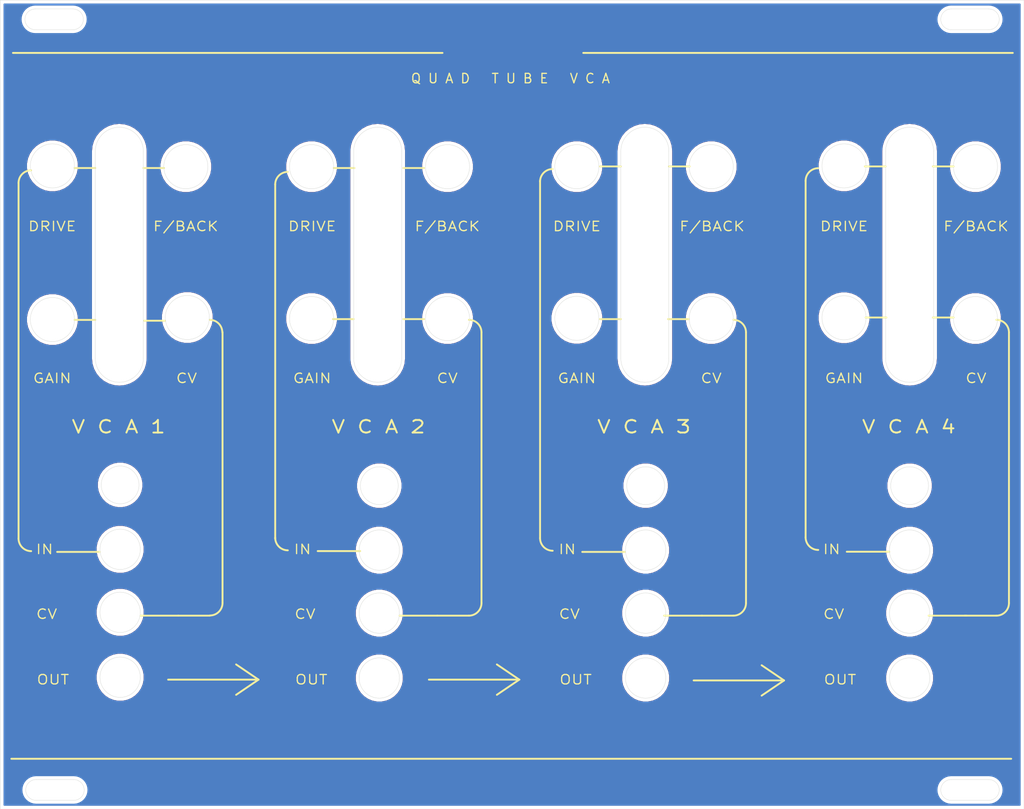
<source format=kicad_pcb>
(kicad_pcb (version 20171130) (host pcbnew "(5.1.6-0-10_14)")

  (general
    (thickness 1.6)
    (drawings 196)
    (tracks 4)
    (zones 0)
    (modules 0)
    (nets 1)
  )

  (page A4)
  (layers
    (0 F.Cu signal)
    (31 B.Cu signal)
    (32 B.Adhes user)
    (33 F.Adhes user)
    (34 B.Paste user)
    (35 F.Paste user)
    (36 B.SilkS user)
    (37 F.SilkS user)
    (38 B.Mask user)
    (39 F.Mask user)
    (40 Dwgs.User user)
    (41 Cmts.User user)
    (42 Eco1.User user)
    (43 Eco2.User user)
    (44 Edge.Cuts user)
    (45 Margin user)
    (46 B.CrtYd user)
    (47 F.CrtYd user)
    (48 B.Fab user)
    (49 F.Fab user)
  )

  (setup
    (last_trace_width 0.25)
    (user_trace_width 0.5)
    (trace_clearance 0.2)
    (zone_clearance 0.508)
    (zone_45_only no)
    (trace_min 0.2)
    (via_size 0.8)
    (via_drill 0.4)
    (via_min_size 0.4)
    (via_min_drill 0.3)
    (uvia_size 0.3)
    (uvia_drill 0.1)
    (uvias_allowed no)
    (uvia_min_size 0.2)
    (uvia_min_drill 0.1)
    (edge_width 0.05)
    (segment_width 0.2)
    (pcb_text_width 0.3)
    (pcb_text_size 1.5 1.5)
    (mod_edge_width 0.12)
    (mod_text_size 1 1)
    (mod_text_width 0.15)
    (pad_size 2.13 2.13)
    (pad_drill 1.43)
    (pad_to_mask_clearance 0.05)
    (aux_axis_origin 0 0)
    (visible_elements FEFFFFFF)
    (pcbplotparams
      (layerselection 0x010fc_ffffffff)
      (usegerberextensions true)
      (usegerberattributes true)
      (usegerberadvancedattributes false)
      (creategerberjobfile false)
      (excludeedgelayer true)
      (linewidth 0.100000)
      (plotframeref false)
      (viasonmask false)
      (mode 1)
      (useauxorigin false)
      (hpglpennumber 1)
      (hpglpenspeed 20)
      (hpglpendiameter 15.000000)
      (psnegative false)
      (psa4output false)
      (plotreference true)
      (plotvalue false)
      (plotinvisibletext false)
      (padsonsilk false)
      (subtractmaskfromsilk true)
      (outputformat 1)
      (mirror false)
      (drillshape 0)
      (scaleselection 1)
      (outputdirectory "Gerbers/"))
  )

  (net 0 "")

  (net_class Default "This is the default net class."
    (clearance 0.2)
    (trace_width 0.25)
    (via_dia 0.8)
    (via_drill 0.4)
    (uvia_dia 0.3)
    (uvia_drill 0.1)
  )

  (gr_text "[ H A R D W I R E D   E N G I N E E R I N G ]" (at 88.011 185.42) (layer F.Cu) (tstamp 61EFB5B4)
    (effects (font (size 1 1.5) (thickness 0.25)))
  )
  (gr_line (start 134.62 145.785) (end 134.62 146.05) (layer F.SilkS) (width 0.12) (tstamp 61EEEF08))
  (gr_line (start 134.62 146.05) (end 134.62 145.785) (layer F.SilkS) (width 0.12) (tstamp 61EEEF05))
  (gr_line (start 154.813 111.125) (end 158.115 111.125) (layer F.SilkS) (width 0.3) (tstamp 61EE7007))
  (gr_line (start 144.018 87.122) (end 147.32 87.122) (layer F.SilkS) (width 0.3) (tstamp 61EE7007))
  (gr_line (start 112.776 111.379) (end 116.078 111.379) (layer F.SilkS) (width 0.3) (tstamp 61EE7007))
  (gr_line (start 101.981 87.122) (end 105.283 87.122) (layer F.SilkS) (width 0.3) (tstamp 61EE7007))
  (gr_line (start 59.69 87.376) (end 62.992 87.376) (layer F.SilkS) (width 0.3) (tstamp 61EE7007))
  (gr_line (start 70.739 111.379) (end 74.041 111.379) (layer F.SilkS) (width 0.3) (tstamp 61EE7007))
  (gr_line (start 18.542 87.376) (end 21.844 87.376) (layer F.SilkS) (width 0.3) (tstamp 61EE7007))
  (gr_line (start 29.591 111.633) (end 32.893 111.633) (layer F.SilkS) (width 0.3) (tstamp 61EE7007))
  (gr_line (start 154.813 87.122) (end 158.115 87.122) (layer F.SilkS) (width 0.3) (tstamp 61E963D1))
  (gr_line (start 144.145 111.125) (end 147.447 111.125) (layer F.SilkS) (width 0.3) (tstamp 61E963D1))
  (gr_line (start 112.903 87.122) (end 116.205 87.122) (layer F.SilkS) (width 0.3) (tstamp 61E963D1))
  (gr_line (start 101.981 111.379) (end 105.283 111.379) (layer F.SilkS) (width 0.3) (tstamp 61E963D1))
  (gr_line (start 70.739 87.376) (end 74.041 87.376) (layer F.SilkS) (width 0.3) (tstamp 61E963D1))
  (gr_line (start 59.563 111.379) (end 62.865 111.379) (layer F.SilkS) (width 0.3) (tstamp 61E963D1))
  (gr_line (start 29.464 87.376) (end 32.766 87.376) (layer F.SilkS) (width 0.3) (tstamp 61E963D1))
  (gr_line (start 18.542 111.506) (end 21.844 111.506) (layer F.SilkS) (width 0.3))
  (gr_circle (center 151.104663 168.275) (end 156.21 168.275) (layer F.Mask) (width 0.3) (tstamp 61E95FB2))
  (gr_circle (center 109.22 168.376663) (end 114.325337 168.376663) (layer F.Mask) (width 0.3) (tstamp 61E95FB2))
  (gr_circle (center 66.929 168.376663) (end 72.034337 168.376663) (layer F.Mask) (width 0.3) (tstamp 61E95FB2))
  (gr_circle (center 25.654 168.249663) (end 30.759337 168.249663) (layer F.Mask) (width 0.3))
  (gr_text Vālvs (at 88.138 68.072) (layer F.Cu)
    (effects (font (size 5 5) (thickness 0.5)))
  )
  (gr_text DRIVE (at 56.261 96.647) (layer F.SilkS) (tstamp 61D1FE11)
    (effects (font (size 1.5 1.8) (thickness 0.2)))
  )
  (gr_text GAIN (at 56.261 120.777) (layer F.SilkS) (tstamp 61D1FE0E)
    (effects (font (size 1.5 1.8) (thickness 0.2)))
  )
  (gr_text CV (at 77.724 120.777) (layer F.SilkS) (tstamp 61D1FE0B)
    (effects (font (size 1.5 1.8) (thickness 0.2)))
  )
  (gr_text F/BACK (at 77.724 96.647) (layer F.SilkS) (tstamp 61D1FE08)
    (effects (font (size 1.5 1.8) (thickness 0.2)))
  )
  (gr_text CV (at 36.322 120.777) (layer F.SilkS) (tstamp 61D1FE05)
    (effects (font (size 1.5 1.8) (thickness 0.2)))
  )
  (gr_text F/BACK (at 36.195 96.647) (layer F.SilkS) (tstamp 61D1FE02)
    (effects (font (size 1.5 1.8) (thickness 0.2)))
  )
  (gr_text GAIN (at 14.986 120.777) (layer F.SilkS) (tstamp 61D1FDFF)
    (effects (font (size 1.5 1.8) (thickness 0.2)))
  )
  (gr_text DRIVE (at 14.986 96.647) (layer F.SilkS) (tstamp 61D1FDFC)
    (effects (font (size 1.5 1.8) (thickness 0.2)))
  )
  (gr_text Vālvs (at 88.138 68.072) (layer F.Mask)
    (effects (font (size 5 5) (thickness 0.5)))
  )
  (gr_text GAIN (at 98.298 120.777) (layer F.SilkS) (tstamp 61D1FE14)
    (effects (font (size 1.5 1.8) (thickness 0.2)))
  )
  (gr_text CV (at 119.634 120.777) (layer F.SilkS) (tstamp 61D1FE17)
    (effects (font (size 1.5 1.8) (thickness 0.2)))
  )
  (gr_text DRIVE (at 98.298 96.647) (layer F.SilkS) (tstamp 61D1FE1A)
    (effects (font (size 1.5 1.8) (thickness 0.2)))
  )
  (gr_text F/BACK (at 119.761 96.647) (layer F.SilkS) (tstamp 61D1FE1D)
    (effects (font (size 1.5 1.8) (thickness 0.2)))
  )
  (gr_text GAIN (at 140.716 120.777) (layer F.SilkS) (tstamp 61D1FE20)
    (effects (font (size 1.5 1.8) (thickness 0.2)))
  )
  (gr_text CV (at 161.671 120.777) (layer F.SilkS) (tstamp 61D1FE23)
    (effects (font (size 1.5 1.8) (thickness 0.2)))
  )
  (gr_text DRIVE (at 140.716 96.647) (layer F.SilkS) (tstamp 61D1FE2C)
    (effects (font (size 1.5 1.8) (thickness 0.2)))
  )
  (gr_text F/BACK (at 161.671 96.647) (layer F.SilkS) (tstamp 61D1FE26)
    (effects (font (size 1.5 1.8) (thickness 0.2)))
  )
  (gr_text "Q U A D   T U B E   V C A" (at 87.757 73.152) (layer F.SilkS) (tstamp 61D1FE29)
    (effects (font (size 1.5 1.5) (thickness 0.2)))
  )
  (gr_text IN (at 13.779666 147.955) (layer F.SilkS) (tstamp 61D1FF1C)
    (effects (font (size 1.5 1.8) (thickness 0.2)))
  )
  (gr_text CV (at 14.113 158.242) (layer F.SilkS) (tstamp 61D1FF1F)
    (effects (font (size 1.5 1.8) (thickness 0.2)))
  )
  (gr_text OUT (at 15.113 168.656) (layer F.SilkS) (tstamp 61D1FF25)
    (effects (font (size 1.5 1.8) (thickness 0.2)))
  )
  (gr_text CV (at 55.134 158.242) (layer F.SilkS) (tstamp 61D1FF22)
    (effects (font (size 1.5 1.8) (thickness 0.2)))
  )
  (gr_text OUT (at 56.134 168.656) (layer F.SilkS) (tstamp 61D1FF16)
    (effects (font (size 1.5 1.8) (thickness 0.2)))
  )
  (gr_text IN (at 54.737 147.955) (layer F.SilkS) (tstamp 61D1FF19)
    (effects (font (size 1.5 1.8) (thickness 0.2)))
  )
  (gr_text CV (at 97.105334 158.242) (layer F.SilkS) (tstamp 61D1FF0D)
    (effects (font (size 1.5 1.8) (thickness 0.2)))
  )
  (gr_text OUT (at 98.105334 168.656) (layer F.SilkS) (tstamp 61D1FF10)
    (effects (font (size 1.5 1.8) (thickness 0.2)))
  )
  (gr_text IN (at 96.772 147.955) (layer F.SilkS) (tstamp 61D1FF13)
    (effects (font (size 1.5 1.8) (thickness 0.2)))
  )
  (gr_text CV (at 139.081 158.242) (layer F.SilkS) (tstamp 61D22CCF)
    (effects (font (size 1.5 1.8) (thickness 0.2)))
  )
  (gr_text OUT (at 140.081 168.656) (layer F.SilkS) (tstamp 61D22CD2)
    (effects (font (size 1.5 1.8) (thickness 0.2)))
  )
  (gr_text IN (at 138.747666 147.955) (layer F.SilkS) (tstamp 61D22CD5)
    (effects (font (size 1.5 1.8) (thickness 0.2)))
  )
  (gr_text "C L E A N" (at 15.621 137.922) (layer F.Mask) (tstamp 61EE7317)
    (effects (font (size 1 1) (thickness 0.15)))
  )
  (gr_text "D I R T Y" (at 35.814 137.922) (layer F.Mask) (tstamp 61D183F1)
    (effects (font (size 1 1) (thickness 0.15)))
  )
  (gr_text "C L E A N" (at 56.642 137.922) (layer F.Mask) (tstamp 61D183F7)
    (effects (font (size 1 1) (thickness 0.15)))
  )
  (gr_text "D I R T Y" (at 77.216 137.922) (layer F.Mask) (tstamp 61D183F8)
    (effects (font (size 1 1) (thickness 0.15)))
  )
  (gr_text "C L E A N" (at 98.933 137.922) (layer F.Mask) (tstamp 61D183F7)
    (effects (font (size 1 1) (thickness 0.15)))
  )
  (gr_text "D I R T Y" (at 119.126 137.922) (layer F.Mask) (tstamp 61D183F8)
    (effects (font (size 1 1) (thickness 0.15)))
  )
  (gr_text "C L E A N" (at 141.351 137.922) (layer F.Mask) (tstamp 61D183F7)
    (effects (font (size 1 1) (thickness 0.15)))
  )
  (gr_text "D I R T Y" (at 160.909 137.922) (layer F.Mask) (tstamp 61D183F8)
    (effects (font (size 1 1) (thickness 0.15)))
  )
  (gr_text "V C A 1" (at 25.527 128.491) (layer F.SilkS)
    (effects (font (size 2 2.5) (thickness 0.3)))
  )
  (gr_text "V C A 2" (at 66.802 128.491) (layer F.SilkS) (tstamp 61D18403)
    (effects (font (size 2 2.5) (thickness 0.3)))
  )
  (gr_text "V C A 3" (at 108.966 128.491) (layer F.SilkS) (tstamp 61D18403)
    (effects (font (size 2 2.5) (thickness 0.3)))
  )
  (gr_text "V C A 4" (at 151.003 128.491) (layer F.SilkS) (tstamp 61D18403)
    (effects (font (size 2 2.5) (thickness 0.3)))
  )
  (gr_text "[ H A R D W I R E D   E N G I N E E R I N G ]" (at 88.011 185.42) (layer F.Mask)
    (effects (font (size 1 1.5) (thickness 0.25)))
  )
  (gr_text 1Ж24Б (at 25.654 78.867) (layer F.Mask) (tstamp 61EE6EC8)
    (effects (font (size 1.5 1.5) (thickness 0.2)))
  )
  (gr_text 1Ж24Б (at 66.802 78.867) (layer F.Mask) (tstamp 61EE6ECD)
    (effects (font (size 1.5 1.5) (thickness 0.2)))
  )
  (gr_text 1Ж24Б (at 109.093 78.867) (layer F.Mask) (tstamp 61EE6ED2)
    (effects (font (size 1.5 1.5) (thickness 0.2)))
  )
  (gr_text 1Ж24Б (at 151.257 78.867) (layer F.Mask) (tstamp 61D22EF5)
    (effects (font (size 1.5 1.5) (thickness 0.2)))
  )
  (gr_line (start 141.153 148.336) (end 147.903 148.336) (layer F.SilkS) (width 0.3) (tstamp 61D239FB))
  (gr_arc (start 136.62 146.05) (end 134.62 146.05) (angle -90) (layer F.SilkS) (width 0.3) (tstamp 61D239FA))
  (gr_arc (start 136.62 89.408) (end 136.62 87.408) (angle -90) (layer F.SilkS) (width 0.3) (tstamp 61D239F9))
  (gr_line (start 134.62 89.408) (end 134.62 146.05) (layer F.SilkS) (width 0.3) (tstamp 61D239F8))
  (gr_line (start 99.153 148.364) (end 105.903 148.364) (layer F.SilkS) (width 0.3) (tstamp 61D239FB))
  (gr_arc (start 94.456 146.177) (end 92.456 146.177) (angle -90) (layer F.SilkS) (width 0.3) (tstamp 61D239FA))
  (gr_arc (start 94.456 89.535) (end 94.456 87.535) (angle -90) (layer F.SilkS) (width 0.3) (tstamp 61D239F9))
  (gr_line (start 92.456 89.408) (end 92.456 146.177) (layer F.SilkS) (width 0.3) (tstamp 61D239F8))
  (gr_line (start 50.403 146.491) (end 50.403 146.241) (layer F.SilkS) (width 0.12) (tstamp 61D239FC))
  (gr_line (start 57.149 148.233) (end 63.899 148.233) (layer F.SilkS) (width 0.3) (tstamp 61D239FB))
  (gr_arc (start 52.403 146.11) (end 50.403 146.11) (angle -90) (layer F.SilkS) (width 0.3) (tstamp 61D239FA))
  (gr_arc (start 52.403 89.991) (end 52.403 87.991) (angle -90) (layer F.SilkS) (width 0.3) (tstamp 61D239F9))
  (gr_line (start 50.403 89.991) (end 50.403 146.241) (layer F.SilkS) (width 0.3) (tstamp 61D239F8))
  (gr_line (start 15.78 148.364) (end 22.53 148.364) (layer F.SilkS) (width 0.3) (tstamp 61D239FB))
  (gr_arc (start 11.653 146.241) (end 9.653 146.241) (angle -90) (layer F.SilkS) (width 0.3) (tstamp 61D239FA))
  (gr_arc (start 11.653 89.741) (end 11.653 87.741) (angle -90) (layer F.SilkS) (width 0.3) (tstamp 61D239F9))
  (gr_line (start 9.653 89.741) (end 9.653 146.241) (layer F.SilkS) (width 0.3) (tstamp 61D239F8))
  (gr_line (start 35.005 158.491) (end 40.005 158.491) (layer F.SilkS) (width 0.3) (tstamp 61D235F3))
  (gr_arc (start 40.005 113.491) (end 42.005 113.491) (angle -90) (layer F.SilkS) (width 0.3) (tstamp 61E71386))
  (gr_arc (start 40.037 156.464) (end 40.037 158.464) (angle -90) (layer F.SilkS) (width 0.3) (tstamp 61E71383))
  (gr_line (start 42.037 156.464) (end 42.037 113.464) (layer F.SilkS) (width 0.3) (tstamp 61E71380))
  (gr_line (start 29.052 158.491) (end 35.052 158.491) (layer F.SilkS) (width 0.3) (tstamp 61D235EF))
  (gr_line (start 76.153 158.491) (end 81.153 158.491) (layer F.SilkS) (width 0.3) (tstamp 61D235F3))
  (gr_arc (start 81.153 113.491) (end 83.153 113.491) (angle -90) (layer F.SilkS) (width 0.3) (tstamp 61D235F2))
  (gr_arc (start 81.153 156.491) (end 81.153 158.491) (angle -90) (layer F.SilkS) (width 0.3) (tstamp 61D235F1))
  (gr_line (start 83.153 156.491) (end 83.153 113.491) (layer F.SilkS) (width 0.3) (tstamp 61D235F0))
  (gr_line (start 70.153 158.491) (end 76.153 158.491) (layer F.SilkS) (width 0.3) (tstamp 61D235EF))
  (gr_line (start 118.153 158.491) (end 123.153 158.491) (layer F.SilkS) (width 0.3) (tstamp 61D235F3))
  (gr_arc (start 123.153 113.491) (end 125.153 113.491) (angle -90) (layer F.SilkS) (width 0.3) (tstamp 61D235F2))
  (gr_arc (start 123.153 156.491) (end 123.153 158.491) (angle -90) (layer F.SilkS) (width 0.3) (tstamp 61D235F1))
  (gr_line (start 125.153 156.491) (end 125.153 113.491) (layer F.SilkS) (width 0.3) (tstamp 61D235F0))
  (gr_line (start 112.153 158.491) (end 118.153 158.491) (layer F.SilkS) (width 0.3) (tstamp 61D235EF))
  (gr_line (start 159.903 158.491) (end 164.903 158.491) (layer F.SilkS) (width 0.3) (tstamp 61D235F3))
  (gr_arc (start 164.903 113.491) (end 166.903 113.491) (angle -90) (layer F.SilkS) (width 0.3) (tstamp 61D235F2))
  (gr_arc (start 164.903 156.491) (end 164.903 158.491) (angle -90) (layer F.SilkS) (width 0.3) (tstamp 61D235F1))
  (gr_line (start 166.903 156.491) (end 166.903 113.491) (layer F.SilkS) (width 0.3) (tstamp 61D235F0))
  (gr_line (start 154.153 158.491) (end 160.153 158.491) (layer F.SilkS) (width 0.3) (tstamp 61D235EF))
  (gr_line (start 8.509 181.229) (end 167.259 181.229) (layer F.SilkS) (width 0.3))
  (gr_line (start 8.763 69.088) (end 76.962 69.088) (layer F.SilkS) (width 0.3) (tstamp 61D23245))
  (gr_line (start 99.314 69.088) (end 167.513 69.088) (layer F.SilkS) (width 0.3))
  (gr_line (start 131.191 168.783) (end 127.635 166.37) (layer F.SilkS) (width 0.3) (tstamp 61D2331F))
  (gr_line (start 131.191 168.783) (end 127.635 171.196) (layer F.SilkS) (width 0.3) (tstamp 61D23322))
  (gr_line (start 116.84 168.783) (end 131.191 168.783) (layer F.SilkS) (width 0.3) (tstamp 61D2331C))
  (gr_line (start 89.154 168.656) (end 85.598 166.243) (layer F.SilkS) (width 0.3) (tstamp 61D2335A))
  (gr_line (start 89.154 168.656) (end 85.598 171.069) (layer F.SilkS) (width 0.3) (tstamp 61D23357))
  (gr_line (start 74.803 168.656) (end 89.154 168.656) (layer F.SilkS) (width 0.3) (tstamp 61D23354))
  (gr_line (start 47.752 168.656) (end 44.196 171.069) (layer F.SilkS) (width 0.3) (tstamp 61D1FEEF))
  (gr_line (start 47.752 168.656) (end 44.196 166.243) (layer F.SilkS) (width 0.3) (tstamp 61D1FEEC))
  (gr_line (start 33.401 168.656) (end 47.752 168.656) (layer F.SilkS) (width 0.3) (tstamp 61D1FEE9))
  (gr_line (start 163.703 187.833) (end 157.734 187.833) (layer Edge.Cuts) (width 0.05) (tstamp 61D18360))
  (gr_arc (start 157.734 186.182) (end 157.734 184.531) (angle -180) (layer Edge.Cuts) (width 0.05) (tstamp 61D1835F))
  (gr_line (start 157.734 184.531) (end 163.703 184.531) (layer Edge.Cuts) (width 0.05) (tstamp 61D1835E))
  (gr_arc (start 163.703 186.182) (end 163.703 187.833) (angle -180) (layer Edge.Cuts) (width 0.05) (tstamp 61D1835D))
  (gr_line (start 18.415 187.833) (end 12.446 187.833) (layer Edge.Cuts) (width 0.05) (tstamp 61D18303))
  (gr_arc (start 18.415 186.182) (end 18.415 187.833) (angle -180) (layer Edge.Cuts) (width 0.05) (tstamp 61D18302))
  (gr_line (start 12.446 184.531) (end 18.415 184.531) (layer Edge.Cuts) (width 0.05) (tstamp 61D18301))
  (gr_arc (start 12.446 186.182) (end 12.446 184.531) (angle -180) (layer Edge.Cuts) (width 0.05) (tstamp 61D18300))
  (gr_line (start 163.703 65.405) (end 157.734 65.405) (layer Edge.Cuts) (width 0.05) (tstamp 61D18303))
  (gr_arc (start 163.703 63.754) (end 163.703 65.405) (angle -180) (layer Edge.Cuts) (width 0.05) (tstamp 61D18302))
  (gr_line (start 157.734 62.103) (end 163.703 62.103) (layer Edge.Cuts) (width 0.05) (tstamp 61D18301))
  (gr_arc (start 157.734 63.754) (end 157.734 62.103) (angle -180) (layer Edge.Cuts) (width 0.05) (tstamp 61D18300))
  (gr_line (start 12.319 62.103) (end 18.288 62.103) (layer Edge.Cuts) (width 0.05) (tstamp 61D1834A))
  (gr_line (start 18.288 65.405) (end 12.319 65.405) (layer Edge.Cuts) (width 0.05) (tstamp 61D18344))
  (gr_arc (start 12.319 63.754) (end 12.319 62.103) (angle -180) (layer Edge.Cuts) (width 0.05) (tstamp 61D1834D))
  (gr_arc (start 18.288 63.754) (end 18.288 65.405) (angle -180) (layer Edge.Cuts) (width 0.05) (tstamp 61D18347))
  (gr_line (start 6.731 60.706) (end 169.291 60.706) (layer Edge.Cuts) (width 0.05) (tstamp 61D182E1))
  (gr_line (start 6.731 189.23) (end 169.291 189.23) (layer Edge.Cuts) (width 0.05) (tstamp 61D182CF))
  (gr_line (start 6.731 189.23) (end 6.731 60.706) (layer Edge.Cuts) (width 0.05) (tstamp 61D18331))
  (gr_line (start 154.94 84.709) (end 154.94 117.602) (layer Edge.Cuts) (width 0.05) (tstamp 61D1FDF9))
  (gr_arc (start 151.13 84.709) (end 154.94 84.709) (angle -90) (layer Edge.Cuts) (width 0.05) (tstamp 61D1FDF6))
  (gr_line (start 147.32 117.602) (end 147.32 84.709) (layer Edge.Cuts) (width 0.05) (tstamp 61D1FDF3))
  (gr_arc (start 151.13 84.709) (end 151.13 80.899) (angle -90) (layer Edge.Cuts) (width 0.05) (tstamp 61D1FDF0))
  (gr_arc (start 151.13 117.602) (end 151.13 121.412) (angle -90) (layer Edge.Cuts) (width 0.05) (tstamp 61D1FDED))
  (gr_arc (start 151.13 117.602) (end 147.32 117.602) (angle -90) (layer Edge.Cuts) (width 0.05) (tstamp 61D1FDEA))
  (gr_line (start 112.903 84.709) (end 112.903 117.602) (layer Edge.Cuts) (width 0.05) (tstamp 61D1FDE7))
  (gr_arc (start 109.093 84.709) (end 112.903 84.709) (angle -90) (layer Edge.Cuts) (width 0.05) (tstamp 61D1FDE4))
  (gr_line (start 105.283 117.602) (end 105.283 84.709) (layer Edge.Cuts) (width 0.05) (tstamp 61D1FDE1))
  (gr_arc (start 109.093 84.709) (end 109.093 80.899) (angle -90) (layer Edge.Cuts) (width 0.05) (tstamp 61D1FDDE))
  (gr_arc (start 109.093 117.602) (end 109.093 121.412) (angle -90) (layer Edge.Cuts) (width 0.05) (tstamp 61D1FDDB))
  (gr_arc (start 109.093 117.602) (end 105.283 117.602) (angle -90) (layer Edge.Cuts) (width 0.05) (tstamp 61D1FDD8))
  (gr_line (start 70.485 84.709) (end 70.485 117.602) (layer Edge.Cuts) (width 0.05) (tstamp 61D1FDD5))
  (gr_arc (start 66.675 84.709) (end 70.485 84.709) (angle -90) (layer Edge.Cuts) (width 0.05) (tstamp 61D1FDD2))
  (gr_line (start 62.865 117.602) (end 62.865 84.709) (layer Edge.Cuts) (width 0.05) (tstamp 61D1FDCF))
  (gr_arc (start 66.675 84.709) (end 66.675 80.899) (angle -90) (layer Edge.Cuts) (width 0.05) (tstamp 61D1FDCC))
  (gr_arc (start 66.675 117.602) (end 66.675 121.412) (angle -90) (layer Edge.Cuts) (width 0.05) (tstamp 61D1FDC9))
  (gr_arc (start 66.675 117.602) (end 62.865 117.602) (angle -90) (layer Edge.Cuts) (width 0.05) (tstamp 61D1FDC6))
  (gr_line (start 29.464 84.709) (end 29.464 117.602) (layer Edge.Cuts) (width 0.05) (tstamp 61D1FDC3))
  (gr_line (start 21.844 117.602) (end 21.844 84.709) (layer Edge.Cuts) (width 0.05) (tstamp 61D1FDC0))
  (gr_arc (start 25.654 84.709) (end 25.654 80.899) (angle -90) (layer Edge.Cuts) (width 0.05) (tstamp 61D1FDBD))
  (gr_arc (start 25.654 84.709) (end 29.464 84.709) (angle -90) (layer Edge.Cuts) (width 0.05) (tstamp 61D1FDBA))
  (gr_arc (start 25.654 117.602) (end 25.654 121.412) (angle -90) (layer Edge.Cuts) (width 0.05) (tstamp 61D1FDB7))
  (gr_arc (start 25.654 117.602) (end 21.844 117.602) (angle -90) (layer Edge.Cuts) (width 0.05) (tstamp 61D1FDB4))
  (gr_circle (center 25.781 137.716) (end 28.781 137.716) (layer Edge.Cuts) (width 0.05) (tstamp 61D1FF4C))
  (gr_circle (center 66.929 137.843) (end 69.929 137.843) (layer Edge.Cuts) (width 0.05) (tstamp 61D1824A))
  (gr_circle (center 109.22 137.843) (end 112.22 137.843) (layer Edge.Cuts) (width 0.05) (tstamp 61D1824A))
  (gr_circle (center 151.13 137.843) (end 154.13 137.843) (layer Edge.Cuts) (width 0.05) (tstamp 61D181F6))
  (gr_circle (center 151.13 168.402) (end 154.33 168.402) (layer Edge.Cuts) (width 0.05) (tstamp 61D22CCC))
  (gr_circle (center 151.13 158.09) (end 154.33 158.09) (layer Edge.Cuts) (width 0.05) (tstamp 61D22CC9))
  (gr_circle (center 151.13 148.082) (end 154.33 148.082) (layer Edge.Cuts) (width 0.05) (tstamp 61D22CB2))
  (gr_circle (center 109.22 168.402) (end 112.42 168.402) (layer Edge.Cuts) (width 0.05) (tstamp 61D1FEDD))
  (gr_circle (center 109.22 158.09) (end 112.42 158.09) (layer Edge.Cuts) (width 0.05) (tstamp 61D1FEDA))
  (gr_circle (center 109.22 148.082) (end 112.42 148.082) (layer Edge.Cuts) (width 0.05) (tstamp 61D1FED7))
  (gr_circle (center 66.929 168.402) (end 70.129 168.402) (layer Edge.Cuts) (width 0.05) (tstamp 61D1FED4))
  (gr_circle (center 66.929 158.09) (end 70.129 158.09) (layer Edge.Cuts) (width 0.05) (tstamp 61D1FED1))
  (gr_circle (center 66.929 148.082) (end 70.129 148.082) (layer Edge.Cuts) (width 0.05) (tstamp 61D1FECE))
  (gr_circle (center 25.781 168.275) (end 28.981 168.275) (layer Edge.Cuts) (width 0.05) (tstamp 61D1FECB))
  (gr_circle (center 25.781 157.963) (end 28.981 157.963) (layer Edge.Cuts) (width 0.05) (tstamp 61D1FEC8))
  (gr_circle (center 25.781 147.955) (end 28.981 147.955) (layer Edge.Cuts) (width 0.05) (tstamp 61D1FEC5))
  (gr_circle (center 161.586 111.292) (end 165.086 111.292) (layer Edge.Cuts) (width 0.05) (tstamp 61D1FDB1))
  (gr_circle (center 140.716 111.165) (end 144.216 111.165) (layer Edge.Cuts) (width 0.05) (tstamp 61D1FDAE))
  (gr_circle (center 161.586 87.162) (end 165.086 87.162) (layer Edge.Cuts) (width 0.05) (tstamp 61D1FDAB))
  (gr_circle (center 140.716 87.035) (end 144.216 87.035) (layer Edge.Cuts) (width 0.05) (tstamp 61D1FDA8))
  (gr_circle (center 119.634 111.292) (end 123.134 111.292) (layer Edge.Cuts) (width 0.05) (tstamp 61D1FDA5))
  (gr_circle (center 119.634 87.162) (end 123.134 87.162) (layer Edge.Cuts) (width 0.05) (tstamp 61D1FDA2))
  (gr_circle (center 98.298 87.162) (end 101.798 87.162) (layer Edge.Cuts) (width 0.05) (tstamp 61D1FD9F))
  (gr_circle (center 98.298 111.252) (end 101.798 111.252) (layer Edge.Cuts) (width 0.05) (tstamp 61D1FD9C))
  (gr_circle (center 77.766 111.292) (end 81.266 111.292) (layer Edge.Cuts) (width 0.05) (tstamp 61D1FD99))
  (gr_circle (center 77.766 87.162) (end 81.266 87.162) (layer Edge.Cuts) (width 0.05) (tstamp 61D1FD96))
  (gr_circle (center 56.176 111.292) (end 59.676 111.292) (layer Edge.Cuts) (width 0.05) (tstamp 61D1FD93))
  (gr_circle (center 56.176 87.162) (end 59.676 87.162) (layer Edge.Cuts) (width 0.05) (tstamp 61D1FD90))
  (gr_circle (center 36.449 111.125) (end 39.949 111.125) (layer Edge.Cuts) (width 0.05) (tstamp 61D1FD8D))
  (gr_circle (center 15.028 111.45) (end 18.528 111.45) (layer Edge.Cuts) (width 0.05) (tstamp 61D1FD8A))
  (gr_circle (center 36.216 87.162) (end 39.716 87.162) (layer Edge.Cuts) (width 0.05) (tstamp 61D1FD87))
  (gr_circle (center 15.028 87.035) (end 18.528 87.035) (layer Edge.Cuts) (width 0.05) (tstamp 61D1FD84))
  (gr_line (start 169.291 189.23) (end 169.291 60.706) (layer Edge.Cuts) (width 0.05))

  (segment (start 8.509 181.229) (end 157.48 181.229) (width 0.25) (layer F.Cu) (net 0))
  (segment (start 157.48 181.229) (end 167.259 181.229) (width 0.25) (layer F.Cu) (net 0))
  (segment (start 8.763 69.088) (end 76.835 69.088) (width 0.25) (layer F.Cu) (net 0))
  (segment (start 99.314 69.088) (end 167.386 69.088) (width 0.25) (layer F.Cu) (net 0))

  (zone (net 0) (net_name "") (layer B.Cu) (tstamp 61E73E16) (hatch edge 0.508)
    (connect_pads (clearance 0.508))
    (min_thickness 0.254)
    (fill yes (arc_segments 32) (thermal_gap 0.508) (thermal_bridge_width 0.508))
    (polygon
      (pts
        (xy 169.291 189.23) (xy 6.731 189.23) (xy 6.731 60.706) (xy 169.291 60.706)
      )
    )
    (filled_polygon
      (pts
        (xy 168.631 188.57) (xy 7.391 188.57) (xy 7.391 186.133708) (xy 10.137756 186.133708) (xy 10.138174 186.193526)
        (xy 10.137756 186.253343) (xy 10.138656 186.262515) (xy 10.172337 186.582968) (xy 10.18436 186.641542) (xy 10.195574 186.700326)
        (xy 10.198238 186.709148) (xy 10.29352 187.016956) (xy 10.316694 187.072082) (xy 10.339109 187.127564) (xy 10.343436 187.1357)
        (xy 10.496691 187.41914) (xy 10.530158 187.468756) (xy 10.562896 187.518786) (xy 10.56872 187.525927) (xy 10.77411 187.774201)
        (xy 10.816546 187.816341) (xy 10.858409 187.859091) (xy 10.86551 187.864964) (xy 11.115211 188.068616) (xy 11.16502 188.101708)
        (xy 11.214392 188.135515) (xy 11.222499 188.139898) (xy 11.507001 188.291171) (xy 11.562307 188.313966) (xy 11.61729 188.337532)
        (xy 11.626093 188.340257) (xy 11.934558 188.433388) (xy 11.993261 188.445011) (xy 12.05175 188.457444) (xy 12.060914 188.458407)
        (xy 12.381596 188.48985) (xy 12.381598 188.48985) (xy 12.413581 188.493) (xy 18.447419 188.493) (xy 18.481037 188.489689)
        (xy 18.502456 188.489689) (xy 18.511621 188.488726) (xy 18.831831 188.452809) (xy 18.890332 188.440374) (xy 18.949024 188.428753)
        (xy 18.957819 188.42603) (xy 18.957826 188.426028) (xy 18.957832 188.426025) (xy 19.264963 188.328597) (xy 19.3199 188.305051)
        (xy 19.375249 188.282238) (xy 19.383355 188.277855) (xy 19.665718 188.122625) (xy 19.715074 188.08883) (xy 19.764901 188.055725)
        (xy 19.772001 188.049851) (xy 20.018835 187.842733) (xy 20.060698 187.799984) (xy 20.103132 187.757845) (xy 20.108956 187.750703)
        (xy 20.31086 187.499586) (xy 20.343613 187.449534) (xy 20.377066 187.399939) (xy 20.381389 187.391807) (xy 20.381392 187.391803)
        (xy 20.381394 187.391799) (xy 20.530675 187.106251) (xy 20.553081 187.050793) (xy 20.576265 186.995642) (xy 20.578928 186.98682)
        (xy 20.669904 186.677711) (xy 20.681114 186.618945) (xy 20.693141 186.560357) (xy 20.69404 186.551185) (xy 20.723244 186.230293)
        (xy 20.722826 186.170475) (xy 20.723082 186.133708) (xy 155.425756 186.133708) (xy 155.426174 186.193526) (xy 155.425756 186.253343)
        (xy 155.426656 186.262515) (xy 155.460337 186.582968) (xy 155.47236 186.641542) (xy 155.483574 186.700326) (xy 155.486238 186.709148)
        (xy 155.58152 187.016956) (xy 155.604694 187.072082) (xy 155.627109 187.127564) (xy 155.631436 187.1357) (xy 155.784691 187.41914)
        (xy 155.818158 187.468756) (xy 155.850896 187.518786) (xy 155.85672 187.525927) (xy 156.06211 187.774201) (xy 156.104546 187.816341)
        (xy 156.146409 187.859091) (xy 156.15351 187.864964) (xy 156.403211 188.068616) (xy 156.45302 188.101708) (xy 156.502392 188.135515)
        (xy 156.510499 188.139898) (xy 156.795001 188.291171) (xy 156.850307 188.313966) (xy 156.90529 188.337532) (xy 156.914093 188.340257)
        (xy 157.222558 188.433388) (xy 157.281261 188.445011) (xy 157.33975 188.457444) (xy 157.348914 188.458407) (xy 157.669596 188.48985)
        (xy 157.669598 188.48985) (xy 157.701581 188.493) (xy 163.735419 188.493) (xy 163.769037 188.489689) (xy 163.790456 188.489689)
        (xy 163.799621 188.488726) (xy 164.119831 188.452809) (xy 164.178332 188.440374) (xy 164.237024 188.428753) (xy 164.245819 188.42603)
        (xy 164.245826 188.426028) (xy 164.245832 188.426025) (xy 164.552963 188.328597) (xy 164.6079 188.305051) (xy 164.663249 188.282238)
        (xy 164.671355 188.277855) (xy 164.953718 188.122625) (xy 165.003074 188.08883) (xy 165.052901 188.055725) (xy 165.060001 188.049851)
        (xy 165.306835 187.842733) (xy 165.348698 187.799984) (xy 165.391132 187.757845) (xy 165.396956 187.750703) (xy 165.59886 187.499586)
        (xy 165.631613 187.449534) (xy 165.665066 187.399939) (xy 165.669389 187.391807) (xy 165.669392 187.391803) (xy 165.669394 187.391799)
        (xy 165.818675 187.106251) (xy 165.841081 187.050793) (xy 165.864265 186.995642) (xy 165.866928 186.98682) (xy 165.957904 186.677711)
        (xy 165.969114 186.618945) (xy 165.981141 186.560357) (xy 165.98204 186.551185) (xy 166.011244 186.230293) (xy 166.010826 186.170475)
        (xy 166.011244 186.110656) (xy 166.010344 186.101485) (xy 165.976663 185.781031) (xy 165.96464 185.722458) (xy 165.953426 185.663673)
        (xy 165.950762 185.654851) (xy 165.855479 185.347044) (xy 165.832314 185.291937) (xy 165.809891 185.236437) (xy 165.805564 185.2283)
        (xy 165.652309 184.944861) (xy 165.618864 184.895277) (xy 165.586104 184.845214) (xy 165.58028 184.838073) (xy 165.37489 184.589799)
        (xy 165.332454 184.547659) (xy 165.290591 184.504909) (xy 165.28349 184.499036) (xy 165.033788 184.295384) (xy 164.983998 184.262304)
        (xy 164.934608 184.228485) (xy 164.926501 184.224102) (xy 164.641999 184.072829) (xy 164.586681 184.050029) (xy 164.53171 184.026468)
        (xy 164.522907 184.023743) (xy 164.214441 183.930612) (xy 164.155754 183.918992) (xy 164.097251 183.906556) (xy 164.088086 183.905593)
        (xy 163.767405 183.87415) (xy 163.767402 183.87415) (xy 163.735419 183.871) (xy 157.701581 183.871) (xy 157.667963 183.874311)
        (xy 157.646544 183.874311) (xy 157.637379 183.875274) (xy 157.317169 183.911191) (xy 157.258675 183.923624) (xy 157.199975 183.935247)
        (xy 157.191178 183.937971) (xy 157.191174 183.937972) (xy 157.191171 183.937973) (xy 157.191172 183.937973) (xy 156.884037 184.035403)
        (xy 156.8291 184.058949) (xy 156.773751 184.081762) (xy 156.765645 184.086145) (xy 156.483282 184.241375) (xy 156.433926 184.27517)
        (xy 156.384099 184.308275) (xy 156.376999 184.314149) (xy 156.130166 184.521267) (xy 156.088322 184.563997) (xy 156.045868 184.606155)
        (xy 156.040044 184.613296) (xy 155.83814 184.864414) (xy 155.805404 184.914439) (xy 155.771933 184.964061) (xy 155.767607 184.972198)
        (xy 155.618325 185.25775) (xy 155.595929 185.313182) (xy 155.572735 185.368358) (xy 155.570072 185.37718) (xy 155.479097 185.686288)
        (xy 155.467899 185.744994) (xy 155.455859 185.803643) (xy 155.45496 185.812815) (xy 155.425756 186.133708) (xy 20.723082 186.133708)
        (xy 20.723244 186.110656) (xy 20.722344 186.101485) (xy 20.688663 185.781031) (xy 20.67664 185.722458) (xy 20.665426 185.663673)
        (xy 20.662762 185.654851) (xy 20.567479 185.347044) (xy 20.544314 185.291937) (xy 20.521891 185.236437) (xy 20.517564 185.2283)
        (xy 20.364309 184.944861) (xy 20.330864 184.895277) (xy 20.298104 184.845214) (xy 20.29228 184.838073) (xy 20.08689 184.589799)
        (xy 20.044454 184.547659) (xy 20.002591 184.504909) (xy 19.99549 184.499036) (xy 19.745788 184.295384) (xy 19.695998 184.262304)
        (xy 19.646608 184.228485) (xy 19.638501 184.224102) (xy 19.353999 184.072829) (xy 19.298681 184.050029) (xy 19.24371 184.026468)
        (xy 19.234907 184.023743) (xy 18.926441 183.930612) (xy 18.867754 183.918992) (xy 18.809251 183.906556) (xy 18.800086 183.905593)
        (xy 18.479405 183.87415) (xy 18.479402 183.87415) (xy 18.447419 183.871) (xy 12.413581 183.871) (xy 12.379963 183.874311)
        (xy 12.358544 183.874311) (xy 12.349379 183.875274) (xy 12.029169 183.911191) (xy 11.970675 183.923624) (xy 11.911975 183.935247)
        (xy 11.903178 183.937971) (xy 11.903174 183.937972) (xy 11.903171 183.937973) (xy 11.903172 183.937973) (xy 11.596037 184.035403)
        (xy 11.5411 184.058949) (xy 11.485751 184.081762) (xy 11.477645 184.086145) (xy 11.195282 184.241375) (xy 11.145926 184.27517)
        (xy 11.096099 184.308275) (xy 11.088999 184.314149) (xy 10.842166 184.521267) (xy 10.800322 184.563997) (xy 10.757868 184.606155)
        (xy 10.752044 184.613296) (xy 10.55014 184.864414) (xy 10.517404 184.914439) (xy 10.483933 184.964061) (xy 10.479607 184.972198)
        (xy 10.330325 185.25775) (xy 10.307929 185.313182) (xy 10.284735 185.368358) (xy 10.282072 185.37718) (xy 10.191097 185.686288)
        (xy 10.179899 185.744994) (xy 10.167859 185.803643) (xy 10.16696 185.812815) (xy 10.137756 186.133708) (xy 7.391 186.133708)
        (xy 7.391 167.894693) (xy 21.919683 167.894693) (xy 21.919683 168.655307) (xy 22.068071 169.401305) (xy 22.359145 170.104019)
        (xy 22.781719 170.736446) (xy 23.319554 171.274281) (xy 23.951981 171.696855) (xy 24.654695 171.987929) (xy 25.400693 172.136317)
        (xy 26.161307 172.136317) (xy 26.907305 171.987929) (xy 27.610019 171.696855) (xy 28.242446 171.274281) (xy 28.780281 170.736446)
        (xy 29.202855 170.104019) (xy 29.493929 169.401305) (xy 29.642317 168.655307) (xy 29.642317 168.021693) (xy 63.067683 168.021693)
        (xy 63.067683 168.782307) (xy 63.216071 169.528305) (xy 63.507145 170.231019) (xy 63.929719 170.863446) (xy 64.467554 171.401281)
        (xy 65.099981 171.823855) (xy 65.802695 172.114929) (xy 66.548693 172.263317) (xy 67.309307 172.263317) (xy 68.055305 172.114929)
        (xy 68.758019 171.823855) (xy 69.390446 171.401281) (xy 69.928281 170.863446) (xy 70.350855 170.231019) (xy 70.641929 169.528305)
        (xy 70.790317 168.782307) (xy 70.790317 168.021693) (xy 105.358683 168.021693) (xy 105.358683 168.782307) (xy 105.507071 169.528305)
        (xy 105.798145 170.231019) (xy 106.220719 170.863446) (xy 106.758554 171.401281) (xy 107.390981 171.823855) (xy 108.093695 172.114929)
        (xy 108.839693 172.263317) (xy 109.600307 172.263317) (xy 110.346305 172.114929) (xy 111.049019 171.823855) (xy 111.681446 171.401281)
        (xy 112.219281 170.863446) (xy 112.641855 170.231019) (xy 112.932929 169.528305) (xy 113.081317 168.782307) (xy 113.081317 168.021693)
        (xy 147.268683 168.021693) (xy 147.268683 168.782307) (xy 147.417071 169.528305) (xy 147.708145 170.231019) (xy 148.130719 170.863446)
        (xy 148.668554 171.401281) (xy 149.300981 171.823855) (xy 150.003695 172.114929) (xy 150.749693 172.263317) (xy 151.510307 172.263317)
        (xy 152.256305 172.114929) (xy 152.959019 171.823855) (xy 153.591446 171.401281) (xy 154.129281 170.863446) (xy 154.551855 170.231019)
        (xy 154.842929 169.528305) (xy 154.991317 168.782307) (xy 154.991317 168.021693) (xy 154.842929 167.275695) (xy 154.551855 166.572981)
        (xy 154.129281 165.940554) (xy 153.591446 165.402719) (xy 152.959019 164.980145) (xy 152.256305 164.689071) (xy 151.510307 164.540683)
        (xy 150.749693 164.540683) (xy 150.003695 164.689071) (xy 149.300981 164.980145) (xy 148.668554 165.402719) (xy 148.130719 165.940554)
        (xy 147.708145 166.572981) (xy 147.417071 167.275695) (xy 147.268683 168.021693) (xy 113.081317 168.021693) (xy 112.932929 167.275695)
        (xy 112.641855 166.572981) (xy 112.219281 165.940554) (xy 111.681446 165.402719) (xy 111.049019 164.980145) (xy 110.346305 164.689071)
        (xy 109.600307 164.540683) (xy 108.839693 164.540683) (xy 108.093695 164.689071) (xy 107.390981 164.980145) (xy 106.758554 165.402719)
        (xy 106.220719 165.940554) (xy 105.798145 166.572981) (xy 105.507071 167.275695) (xy 105.358683 168.021693) (xy 70.790317 168.021693)
        (xy 70.641929 167.275695) (xy 70.350855 166.572981) (xy 69.928281 165.940554) (xy 69.390446 165.402719) (xy 68.758019 164.980145)
        (xy 68.055305 164.689071) (xy 67.309307 164.540683) (xy 66.548693 164.540683) (xy 65.802695 164.689071) (xy 65.099981 164.980145)
        (xy 64.467554 165.402719) (xy 63.929719 165.940554) (xy 63.507145 166.572981) (xy 63.216071 167.275695) (xy 63.067683 168.021693)
        (xy 29.642317 168.021693) (xy 29.642317 167.894693) (xy 29.493929 167.148695) (xy 29.202855 166.445981) (xy 28.780281 165.813554)
        (xy 28.242446 165.275719) (xy 27.610019 164.853145) (xy 26.907305 164.562071) (xy 26.161307 164.413683) (xy 25.400693 164.413683)
        (xy 24.654695 164.562071) (xy 23.951981 164.853145) (xy 23.319554 165.275719) (xy 22.781719 165.813554) (xy 22.359145 166.445981)
        (xy 22.068071 167.148695) (xy 21.919683 167.894693) (xy 7.391 167.894693) (xy 7.391 157.582693) (xy 21.919683 157.582693)
        (xy 21.919683 158.343307) (xy 22.068071 159.089305) (xy 22.359145 159.792019) (xy 22.781719 160.424446) (xy 23.319554 160.962281)
        (xy 23.951981 161.384855) (xy 24.654695 161.675929) (xy 25.400693 161.824317) (xy 26.161307 161.824317) (xy 26.907305 161.675929)
        (xy 27.610019 161.384855) (xy 28.242446 160.962281) (xy 28.780281 160.424446) (xy 29.202855 159.792019) (xy 29.493929 159.089305)
        (xy 29.642317 158.343307) (xy 29.642317 157.709693) (xy 63.067683 157.709693) (xy 63.067683 158.470307) (xy 63.216071 159.216305)
        (xy 63.507145 159.919019) (xy 63.929719 160.551446) (xy 64.467554 161.089281) (xy 65.099981 161.511855) (xy 65.802695 161.802929)
        (xy 66.548693 161.951317) (xy 67.309307 161.951317) (xy 68.055305 161.802929) (xy 68.758019 161.511855) (xy 69.390446 161.089281)
        (xy 69.928281 160.551446) (xy 70.350855 159.919019) (xy 70.641929 159.216305) (xy 70.790317 158.470307) (xy 70.790317 157.709693)
        (xy 105.358683 157.709693) (xy 105.358683 158.470307) (xy 105.507071 159.216305) (xy 105.798145 159.919019) (xy 106.220719 160.551446)
        (xy 106.758554 161.089281) (xy 107.390981 161.511855) (xy 108.093695 161.802929) (xy 108.839693 161.951317) (xy 109.600307 161.951317)
        (xy 110.346305 161.802929) (xy 111.049019 161.511855) (xy 111.681446 161.089281) (xy 112.219281 160.551446) (xy 112.641855 159.919019)
        (xy 112.932929 159.216305) (xy 113.081317 158.470307) (xy 113.081317 157.709693) (xy 147.268683 157.709693) (xy 147.268683 158.470307)
        (xy 147.417071 159.216305) (xy 147.708145 159.919019) (xy 148.130719 160.551446) (xy 148.668554 161.089281) (xy 149.300981 161.511855)
        (xy 150.003695 161.802929) (xy 150.749693 161.951317) (xy 151.510307 161.951317) (xy 152.256305 161.802929) (xy 152.959019 161.511855)
        (xy 153.591446 161.089281) (xy 154.129281 160.551446) (xy 154.551855 159.919019) (xy 154.842929 159.216305) (xy 154.991317 158.470307)
        (xy 154.991317 157.709693) (xy 154.842929 156.963695) (xy 154.551855 156.260981) (xy 154.129281 155.628554) (xy 153.591446 155.090719)
        (xy 152.959019 154.668145) (xy 152.256305 154.377071) (xy 151.510307 154.228683) (xy 150.749693 154.228683) (xy 150.003695 154.377071)
        (xy 149.300981 154.668145) (xy 148.668554 155.090719) (xy 148.130719 155.628554) (xy 147.708145 156.260981) (xy 147.417071 156.963695)
        (xy 147.268683 157.709693) (xy 113.081317 157.709693) (xy 112.932929 156.963695) (xy 112.641855 156.260981) (xy 112.219281 155.628554)
        (xy 111.681446 155.090719) (xy 111.049019 154.668145) (xy 110.346305 154.377071) (xy 109.600307 154.228683) (xy 108.839693 154.228683)
        (xy 108.093695 154.377071) (xy 107.390981 154.668145) (xy 106.758554 155.090719) (xy 106.220719 155.628554) (xy 105.798145 156.260981)
        (xy 105.507071 156.963695) (xy 105.358683 157.709693) (xy 70.790317 157.709693) (xy 70.641929 156.963695) (xy 70.350855 156.260981)
        (xy 69.928281 155.628554) (xy 69.390446 155.090719) (xy 68.758019 154.668145) (xy 68.055305 154.377071) (xy 67.309307 154.228683)
        (xy 66.548693 154.228683) (xy 65.802695 154.377071) (xy 65.099981 154.668145) (xy 64.467554 155.090719) (xy 63.929719 155.628554)
        (xy 63.507145 156.260981) (xy 63.216071 156.963695) (xy 63.067683 157.709693) (xy 29.642317 157.709693) (xy 29.642317 157.582693)
        (xy 29.493929 156.836695) (xy 29.202855 156.133981) (xy 28.780281 155.501554) (xy 28.242446 154.963719) (xy 27.610019 154.541145)
        (xy 26.907305 154.250071) (xy 26.161307 154.101683) (xy 25.400693 154.101683) (xy 24.654695 154.250071) (xy 23.951981 154.541145)
        (xy 23.319554 154.963719) (xy 22.781719 155.501554) (xy 22.359145 156.133981) (xy 22.068071 156.836695) (xy 21.919683 157.582693)
        (xy 7.391 157.582693) (xy 7.391 147.574693) (xy 21.919683 147.574693) (xy 21.919683 148.335307) (xy 22.068071 149.081305)
        (xy 22.359145 149.784019) (xy 22.781719 150.416446) (xy 23.319554 150.954281) (xy 23.951981 151.376855) (xy 24.654695 151.667929)
        (xy 25.400693 151.816317) (xy 26.161307 151.816317) (xy 26.907305 151.667929) (xy 27.610019 151.376855) (xy 28.242446 150.954281)
        (xy 28.780281 150.416446) (xy 29.202855 149.784019) (xy 29.493929 149.081305) (xy 29.642317 148.335307) (xy 29.642317 147.701693)
        (xy 63.067683 147.701693) (xy 63.067683 148.462307) (xy 63.216071 149.208305) (xy 63.507145 149.911019) (xy 63.929719 150.543446)
        (xy 64.467554 151.081281) (xy 65.099981 151.503855) (xy 65.802695 151.794929) (xy 66.548693 151.943317) (xy 67.309307 151.943317)
        (xy 68.055305 151.794929) (xy 68.758019 151.503855) (xy 69.390446 151.081281) (xy 69.928281 150.543446) (xy 70.350855 149.911019)
        (xy 70.641929 149.208305) (xy 70.790317 148.462307) (xy 70.790317 147.701693) (xy 105.358683 147.701693) (xy 105.358683 148.462307)
        (xy 105.507071 149.208305) (xy 105.798145 149.911019) (xy 106.220719 150.543446) (xy 106.758554 151.081281) (xy 107.390981 151.503855)
        (xy 108.093695 151.794929) (xy 108.839693 151.943317) (xy 109.600307 151.943317) (xy 110.346305 151.794929) (xy 111.049019 151.503855)
        (xy 111.681446 151.081281) (xy 112.219281 150.543446) (xy 112.641855 149.911019) (xy 112.932929 149.208305) (xy 113.081317 148.462307)
        (xy 113.081317 147.701693) (xy 147.268683 147.701693) (xy 147.268683 148.462307) (xy 147.417071 149.208305) (xy 147.708145 149.911019)
        (xy 148.130719 150.543446) (xy 148.668554 151.081281) (xy 149.300981 151.503855) (xy 150.003695 151.794929) (xy 150.749693 151.943317)
        (xy 151.510307 151.943317) (xy 152.256305 151.794929) (xy 152.959019 151.503855) (xy 153.591446 151.081281) (xy 154.129281 150.543446)
        (xy 154.551855 149.911019) (xy 154.842929 149.208305) (xy 154.991317 148.462307) (xy 154.991317 147.701693) (xy 154.842929 146.955695)
        (xy 154.551855 146.252981) (xy 154.129281 145.620554) (xy 153.591446 145.082719) (xy 152.959019 144.660145) (xy 152.256305 144.369071)
        (xy 151.510307 144.220683) (xy 150.749693 144.220683) (xy 150.003695 144.369071) (xy 149.300981 144.660145) (xy 148.668554 145.082719)
        (xy 148.130719 145.620554) (xy 147.708145 146.252981) (xy 147.417071 146.955695) (xy 147.268683 147.701693) (xy 113.081317 147.701693)
        (xy 112.932929 146.955695) (xy 112.641855 146.252981) (xy 112.219281 145.620554) (xy 111.681446 145.082719) (xy 111.049019 144.660145)
        (xy 110.346305 144.369071) (xy 109.600307 144.220683) (xy 108.839693 144.220683) (xy 108.093695 144.369071) (xy 107.390981 144.660145)
        (xy 106.758554 145.082719) (xy 106.220719 145.620554) (xy 105.798145 146.252981) (xy 105.507071 146.955695) (xy 105.358683 147.701693)
        (xy 70.790317 147.701693) (xy 70.641929 146.955695) (xy 70.350855 146.252981) (xy 69.928281 145.620554) (xy 69.390446 145.082719)
        (xy 68.758019 144.660145) (xy 68.055305 144.369071) (xy 67.309307 144.220683) (xy 66.548693 144.220683) (xy 65.802695 144.369071)
        (xy 65.099981 144.660145) (xy 64.467554 145.082719) (xy 63.929719 145.620554) (xy 63.507145 146.252981) (xy 63.216071 146.955695)
        (xy 63.067683 147.701693) (xy 29.642317 147.701693) (xy 29.642317 147.574693) (xy 29.493929 146.828695) (xy 29.202855 146.125981)
        (xy 28.780281 145.493554) (xy 28.242446 144.955719) (xy 27.610019 144.533145) (xy 26.907305 144.242071) (xy 26.161307 144.093683)
        (xy 25.400693 144.093683) (xy 24.654695 144.242071) (xy 23.951981 144.533145) (xy 23.319554 144.955719) (xy 22.781719 145.493554)
        (xy 22.359145 146.125981) (xy 22.068071 146.828695) (xy 21.919683 147.574693) (xy 7.391 147.574693) (xy 7.391 137.355297)
        (xy 22.11872 137.355297) (xy 22.11872 138.076703) (xy 22.25946 138.784248) (xy 22.53553 139.45074) (xy 22.936322 140.050567)
        (xy 23.446433 140.560678) (xy 24.04626 140.96147) (xy 24.712752 141.23754) (xy 25.420297 141.37828) (xy 26.141703 141.37828)
        (xy 26.849248 141.23754) (xy 27.51574 140.96147) (xy 28.115567 140.560678) (xy 28.625678 140.050567) (xy 29.02647 139.45074)
        (xy 29.30254 138.784248) (xy 29.44328 138.076703) (xy 29.44328 137.482297) (xy 63.26672 137.482297) (xy 63.26672 138.203703)
        (xy 63.40746 138.911248) (xy 63.68353 139.57774) (xy 64.084322 140.177567) (xy 64.594433 140.687678) (xy 65.19426 141.08847)
        (xy 65.860752 141.36454) (xy 66.568297 141.50528) (xy 67.289703 141.50528) (xy 67.997248 141.36454) (xy 68.66374 141.08847)
        (xy 69.263567 140.687678) (xy 69.773678 140.177567) (xy 70.17447 139.57774) (xy 70.45054 138.911248) (xy 70.59128 138.203703)
        (xy 70.59128 137.482297) (xy 105.55772 137.482297) (xy 105.55772 138.203703) (xy 105.69846 138.911248) (xy 105.97453 139.57774)
        (xy 106.375322 140.177567) (xy 106.885433 140.687678) (xy 107.48526 141.08847) (xy 108.151752 141.36454) (xy 108.859297 141.50528)
        (xy 109.580703 141.50528) (xy 110.288248 141.36454) (xy 110.95474 141.08847) (xy 111.554567 140.687678) (xy 112.064678 140.177567)
        (xy 112.46547 139.57774) (xy 112.74154 138.911248) (xy 112.88228 138.203703) (xy 112.88228 137.482297) (xy 147.46772 137.482297)
        (xy 147.46772 138.203703) (xy 147.60846 138.911248) (xy 147.88453 139.57774) (xy 148.285322 140.177567) (xy 148.795433 140.687678)
        (xy 149.39526 141.08847) (xy 150.061752 141.36454) (xy 150.769297 141.50528) (xy 151.490703 141.50528) (xy 152.198248 141.36454)
        (xy 152.86474 141.08847) (xy 153.464567 140.687678) (xy 153.974678 140.177567) (xy 154.37547 139.57774) (xy 154.65154 138.911248)
        (xy 154.79228 138.203703) (xy 154.79228 137.482297) (xy 154.65154 136.774752) (xy 154.37547 136.10826) (xy 153.974678 135.508433)
        (xy 153.464567 134.998322) (xy 152.86474 134.59753) (xy 152.198248 134.32146) (xy 151.490703 134.18072) (xy 150.769297 134.18072)
        (xy 150.061752 134.32146) (xy 149.39526 134.59753) (xy 148.795433 134.998322) (xy 148.285322 135.508433) (xy 147.88453 136.10826)
        (xy 147.60846 136.774752) (xy 147.46772 137.482297) (xy 112.88228 137.482297) (xy 112.74154 136.774752) (xy 112.46547 136.10826)
        (xy 112.064678 135.508433) (xy 111.554567 134.998322) (xy 110.95474 134.59753) (xy 110.288248 134.32146) (xy 109.580703 134.18072)
        (xy 108.859297 134.18072) (xy 108.151752 134.32146) (xy 107.48526 134.59753) (xy 106.885433 134.998322) (xy 106.375322 135.508433)
        (xy 105.97453 136.10826) (xy 105.69846 136.774752) (xy 105.55772 137.482297) (xy 70.59128 137.482297) (xy 70.45054 136.774752)
        (xy 70.17447 136.10826) (xy 69.773678 135.508433) (xy 69.263567 134.998322) (xy 68.66374 134.59753) (xy 67.997248 134.32146)
        (xy 67.289703 134.18072) (xy 66.568297 134.18072) (xy 65.860752 134.32146) (xy 65.19426 134.59753) (xy 64.594433 134.998322)
        (xy 64.084322 135.508433) (xy 63.68353 136.10826) (xy 63.40746 136.774752) (xy 63.26672 137.482297) (xy 29.44328 137.482297)
        (xy 29.44328 137.355297) (xy 29.30254 136.647752) (xy 29.02647 135.98126) (xy 28.625678 135.381433) (xy 28.115567 134.871322)
        (xy 27.51574 134.47053) (xy 26.849248 134.19446) (xy 26.141703 134.05372) (xy 25.420297 134.05372) (xy 24.712752 134.19446)
        (xy 24.04626 134.47053) (xy 23.446433 134.871322) (xy 22.936322 135.381433) (xy 22.53553 135.98126) (xy 22.25946 136.647752)
        (xy 22.11872 137.355297) (xy 7.391 137.355297) (xy 7.391 117.634418) (xy 21.184 117.634418) (xy 21.186975 117.664626)
        (xy 21.186809 117.688416) (xy 21.187709 117.697587) (xy 21.265433 118.437095) (xy 21.277458 118.495675) (xy 21.28867 118.554453)
        (xy 21.291334 118.563274) (xy 21.511217 119.273601) (xy 21.534392 119.328731) (xy 21.556806 119.38421) (xy 21.561133 119.392346)
        (xy 21.914799 120.046437) (xy 21.948244 120.096021) (xy 21.981004 120.146084) (xy 21.986828 120.153225) (xy 22.460805 120.726165)
        (xy 22.503241 120.768305) (xy 22.545104 120.811055) (xy 22.552205 120.816928) (xy 23.128439 121.286893) (xy 23.178247 121.319986)
        (xy 23.227621 121.353793) (xy 23.235727 121.358176) (xy 23.892271 121.707266) (xy 23.947586 121.730065) (xy 24.002558 121.753626)
        (xy 24.011361 121.756351) (xy 24.723206 121.97127) (xy 24.781901 121.982892) (xy 24.840397 121.995326) (xy 24.849562 121.996289)
        (xy 25.589595 122.06885) (xy 25.618426 122.06885) (xy 25.647092 122.071964) (xy 25.656308 122.071996) (xy 25.682906 122.071903)
        (xy 25.711586 122.06899) (xy 25.740416 122.069191) (xy 25.749587 122.068291) (xy 26.489095 121.990567) (xy 26.547675 121.978542)
        (xy 26.606453 121.96733) (xy 26.615274 121.964666) (xy 27.325601 121.744783) (xy 27.380731 121.721608) (xy 27.43621 121.699194)
        (xy 27.444346 121.694867) (xy 28.098437 121.341201) (xy 28.148021 121.307756) (xy 28.198084 121.274996) (xy 28.205225 121.269172)
        (xy 28.778165 120.795195) (xy 28.820305 120.752759) (xy 28.863055 120.710896) (xy 28.868928 120.703795) (xy 29.338893 120.127561)
        (xy 29.371986 120.077753) (xy 29.405793 120.028379) (xy 29.410176 120.020273) (xy 29.759266 119.363729) (xy 29.782065 119.308414)
        (xy 29.805626 119.253442) (xy 29.808351 119.244639) (xy 30.02327 118.532794) (xy 30.034892 118.474099) (xy 30.047326 118.415603)
        (xy 30.048289 118.406438) (xy 30.12085 117.666405) (xy 30.12085 117.666402) (xy 30.124 117.634419) (xy 30.124 117.634418)
        (xy 62.205 117.634418) (xy 62.207975 117.664626) (xy 62.207809 117.688416) (xy 62.208709 117.697587) (xy 62.286433 118.437095)
        (xy 62.298458 118.495675) (xy 62.30967 118.554453) (xy 62.312334 118.563274) (xy 62.532217 119.273601) (xy 62.555392 119.328731)
        (xy 62.577806 119.38421) (xy 62.582133 119.392346) (xy 62.935799 120.046437) (xy 62.969244 120.096021) (xy 63.002004 120.146084)
        (xy 63.007828 120.153225) (xy 63.481805 120.726165) (xy 63.524241 120.768305) (xy 63.566104 120.811055) (xy 63.573205 120.816928)
        (xy 64.149439 121.286893) (xy 64.199247 121.319986) (xy 64.248621 121.353793) (xy 64.256727 121.358176) (xy 64.913271 121.707266)
        (xy 64.968586 121.730065) (xy 65.023558 121.753626) (xy 65.032361 121.756351) (xy 65.744206 121.97127) (xy 65.802901 121.982892)
        (xy 65.861397 121.995326) (xy 65.870562 121.996289) (xy 66.610595 122.06885) (xy 66.639426 122.06885) (xy 66.668092 122.071964)
        (xy 66.677308 122.071996) (xy 66.703906 122.071903) (xy 66.732586 122.06899) (xy 66.761416 122.069191) (xy 66.770587 122.068291)
        (xy 67.510095 121.990567) (xy 67.568675 121.978542) (xy 67.627453 121.96733) (xy 67.636274 121.964666) (xy 68.346601 121.744783)
        (xy 68.401731 121.721608) (xy 68.45721 121.699194) (xy 68.465346 121.694867) (xy 69.119437 121.341201) (xy 69.169021 121.307756)
        (xy 69.219084 121.274996) (xy 69.226225 121.269172) (xy 69.799165 120.795195) (xy 69.841305 120.752759) (xy 69.884055 120.710896)
        (xy 69.889928 120.703795) (xy 70.359893 120.127561) (xy 70.392986 120.077753) (xy 70.426793 120.028379) (xy 70.431176 120.020273)
        (xy 70.780266 119.363729) (xy 70.803065 119.308414) (xy 70.826626 119.253442) (xy 70.829351 119.244639) (xy 71.04427 118.532794)
        (xy 71.055892 118.474099) (xy 71.068326 118.415603) (xy 71.069289 118.406438) (xy 71.14185 117.666405) (xy 71.14185 117.666402)
        (xy 71.145 117.634419) (xy 71.145 117.634418) (xy 104.623 117.634418) (xy 104.625975 117.664626) (xy 104.625809 117.688416)
        (xy 104.626709 117.697587) (xy 104.704433 118.437095) (xy 104.716458 118.495675) (xy 104.72767 118.554453) (xy 104.730334 118.563274)
        (xy 104.950217 119.273601) (xy 104.973392 119.328731) (xy 104.995806 119.38421) (xy 105.000133 119.392346) (xy 105.353799 120.046437)
        (xy 105.387244 120.096021) (xy 105.420004 120.146084) (xy 105.425828 120.153225) (xy 105.899805 120.726165) (xy 105.942241 120.768305)
        (xy 105.984104 120.811055) (xy 105.991205 120.816928) (xy 106.567439 121.286893) (xy 106.617247 121.319986) (xy 106.666621 121.353793)
        (xy 106.674727 121.358176) (xy 107.331271 121.707266) (xy 107.386586 121.730065) (xy 107.441558 121.753626) (xy 107.450361 121.756351)
        (xy 108.162206 121.97127) (xy 108.220901 121.982892) (xy 108.279397 121.995326) (xy 108.288562 121.996289) (xy 109.028595 122.06885)
        (xy 109.057426 122.06885) (xy 109.086092 122.071964) (xy 109.095308 122.071996) (xy 109.121906 122.071903) (xy 109.150586 122.06899)
        (xy 109.179416 122.069191) (xy 109.188587 122.068291) (xy 109.928095 121.990567) (xy 109.986675 121.978542) (xy 110.045453 121.96733)
        (xy 110.054274 121.964666) (xy 110.764601 121.744783) (xy 110.819731 121.721608) (xy 110.87521 121.699194) (xy 110.883346 121.694867)
        (xy 111.537437 121.341201) (xy 111.587021 121.307756) (xy 111.637084 121.274996) (xy 111.644225 121.269172) (xy 112.217165 120.795195)
        (xy 112.259305 120.752759) (xy 112.302055 120.710896) (xy 112.307928 120.703795) (xy 112.777893 120.127561) (xy 112.810986 120.077753)
        (xy 112.844793 120.028379) (xy 112.849176 120.020273) (xy 113.198266 119.363729) (xy 113.221065 119.308414) (xy 113.244626 119.253442)
        (xy 113.247351 119.244639) (xy 113.46227 118.532794) (xy 113.473892 118.474099) (xy 113.486326 118.415603) (xy 113.487289 118.406438)
        (xy 113.55985 117.666405) (xy 113.55985 117.666402) (xy 113.563 117.634419) (xy 113.563 117.634418) (xy 146.66 117.634418)
        (xy 146.662975 117.664626) (xy 146.662809 117.688416) (xy 146.663709 117.697587) (xy 146.741433 118.437095) (xy 146.753458 118.495675)
        (xy 146.76467 118.554453) (xy 146.767334 118.563274) (xy 146.987217 119.273601) (xy 147.010392 119.328731) (xy 147.032806 119.38421)
        (xy 147.037133 119.392346) (xy 147.390799 120.046437) (xy 147.424244 120.096021) (xy 147.457004 120.146084) (xy 147.462828 120.153225)
        (xy 147.936805 120.726165) (xy 147.979241 120.768305) (xy 148.021104 120.811055) (xy 148.028205 120.816928) (xy 148.604439 121.286893)
        (xy 148.654247 121.319986) (xy 148.703621 121.353793) (xy 148.711727 121.358176) (xy 149.368271 121.707266) (xy 149.423586 121.730065)
        (xy 149.478558 121.753626) (xy 149.487361 121.756351) (xy 150.199206 121.97127) (xy 150.257901 121.982892) (xy 150.316397 121.995326)
        (xy 150.325562 121.996289) (xy 151.065595 122.06885) (xy 151.094426 122.06885) (xy 151.123092 122.071964) (xy 151.132308 122.071996)
        (xy 151.158906 122.071903) (xy 151.187586 122.06899) (xy 151.216416 122.069191) (xy 151.225587 122.068291) (xy 151.965095 121.990567)
        (xy 152.023675 121.978542) (xy 152.082453 121.96733) (xy 152.091274 121.964666) (xy 152.801601 121.744783) (xy 152.856731 121.721608)
        (xy 152.91221 121.699194) (xy 152.920346 121.694867) (xy 153.574437 121.341201) (xy 153.624021 121.307756) (xy 153.674084 121.274996)
        (xy 153.681225 121.269172) (xy 154.254165 120.795195) (xy 154.296305 120.752759) (xy 154.339055 120.710896) (xy 154.344928 120.703795)
        (xy 154.814893 120.127561) (xy 154.847986 120.077753) (xy 154.881793 120.028379) (xy 154.886176 120.020273) (xy 155.235266 119.363729)
        (xy 155.258065 119.308414) (xy 155.281626 119.253442) (xy 155.284351 119.244639) (xy 155.49927 118.532794) (xy 155.510892 118.474099)
        (xy 155.523326 118.415603) (xy 155.524289 118.406438) (xy 155.59685 117.666405) (xy 155.59685 117.666402) (xy 155.6 117.634419)
        (xy 155.6 110.882288) (xy 157.426128 110.882288) (xy 157.426128 111.701712) (xy 157.585989 112.50539) (xy 157.899569 113.262438)
        (xy 158.354816 113.943764) (xy 158.934236 114.523184) (xy 159.615562 114.978431) (xy 160.37261 115.292011) (xy 161.176288 115.451872)
        (xy 161.995712 115.451872) (xy 162.79939 115.292011) (xy 163.556438 114.978431) (xy 164.237764 114.523184) (xy 164.817184 113.943764)
        (xy 165.272431 113.262438) (xy 165.586011 112.50539) (xy 165.745872 111.701712) (xy 165.745872 110.882288) (xy 165.586011 110.07861)
        (xy 165.272431 109.321562) (xy 164.817184 108.640236) (xy 164.237764 108.060816) (xy 163.556438 107.605569) (xy 162.79939 107.291989)
        (xy 161.995712 107.132128) (xy 161.176288 107.132128) (xy 160.37261 107.291989) (xy 159.615562 107.605569) (xy 158.934236 108.060816)
        (xy 158.354816 108.640236) (xy 157.899569 109.321562) (xy 157.585989 110.07861) (xy 157.426128 110.882288) (xy 155.6 110.882288)
        (xy 155.6 86.752288) (xy 157.426128 86.752288) (xy 157.426128 87.571712) (xy 157.585989 88.37539) (xy 157.899569 89.132438)
        (xy 158.354816 89.813764) (xy 158.934236 90.393184) (xy 159.615562 90.848431) (xy 160.37261 91.162011) (xy 161.176288 91.321872)
        (xy 161.995712 91.321872) (xy 162.79939 91.162011) (xy 163.556438 90.848431) (xy 164.237764 90.393184) (xy 164.817184 89.813764)
        (xy 165.272431 89.132438) (xy 165.586011 88.37539) (xy 165.745872 87.571712) (xy 165.745872 86.752288) (xy 165.586011 85.94861)
        (xy 165.272431 85.191562) (xy 164.817184 84.510236) (xy 164.237764 83.930816) (xy 163.556438 83.475569) (xy 162.79939 83.161989)
        (xy 161.995712 83.002128) (xy 161.176288 83.002128) (xy 160.37261 83.161989) (xy 159.615562 83.475569) (xy 158.934236 83.930816)
        (xy 158.354816 84.510236) (xy 157.899569 85.191562) (xy 157.585989 85.94861) (xy 157.426128 86.752288) (xy 155.6 86.752288)
        (xy 155.6 84.676581) (xy 155.597025 84.646373) (xy 155.597191 84.622583) (xy 155.596291 84.613412) (xy 155.518566 83.873905)
        (xy 155.506541 83.815325) (xy 155.495329 83.756547) (xy 155.492666 83.747725) (xy 155.272783 83.037399) (xy 155.249595 82.982236)
        (xy 155.227193 82.92679) (xy 155.222867 82.918654) (xy 154.869201 82.264563) (xy 154.835756 82.214979) (xy 154.802996 82.164916)
        (xy 154.797172 82.157775) (xy 154.323195 81.584835) (xy 154.280759 81.542695) (xy 154.238896 81.499945) (xy 154.231795 81.494072)
        (xy 153.655561 81.024107) (xy 153.605768 80.991025) (xy 153.556379 80.957207) (xy 153.548273 80.952824) (xy 152.891729 80.603734)
        (xy 152.836428 80.580941) (xy 152.781443 80.557374) (xy 152.77264 80.554649) (xy 152.060794 80.33973) (xy 152.0021 80.328108)
        (xy 151.943603 80.315674) (xy 151.934438 80.314711) (xy 151.194405 80.24215) (xy 151.165573 80.24215) (xy 151.136907 80.239036)
        (xy 151.127692 80.239004) (xy 151.101093 80.239097) (xy 151.072413 80.24201) (xy 151.043583 80.241809) (xy 151.034412 80.242709)
        (xy 150.294905 80.320434) (xy 150.236325 80.332459) (xy 150.177547 80.343671) (xy 150.168725 80.346334) (xy 149.458399 80.566217)
        (xy 149.403236 80.589405) (xy 149.34779 80.611807) (xy 149.339654 80.616133) (xy 148.685563 80.969799) (xy 148.635979 81.003244)
        (xy 148.585916 81.036004) (xy 148.578775 81.041828) (xy 148.005835 81.515805) (xy 147.963695 81.558241) (xy 147.920945 81.600104)
        (xy 147.915072 81.607205) (xy 147.445107 82.183439) (xy 147.412025 82.233232) (xy 147.378207 82.282621) (xy 147.373824 82.290727)
        (xy 147.024734 82.947271) (xy 147.001941 83.002572) (xy 146.978374 83.057557) (xy 146.975649 83.06636) (xy 146.76073 83.778206)
        (xy 146.749108 83.8369) (xy 146.736674 83.895397) (xy 146.735711 83.904562) (xy 146.66315 84.644595) (xy 146.66315 84.644608)
        (xy 146.660001 84.676581) (xy 146.66 117.634418) (xy 113.563 117.634418) (xy 113.563 110.882288) (xy 115.474128 110.882288)
        (xy 115.474128 111.701712) (xy 115.633989 112.50539) (xy 115.947569 113.262438) (xy 116.402816 113.943764) (xy 116.982236 114.523184)
        (xy 117.663562 114.978431) (xy 118.42061 115.292011) (xy 119.224288 115.451872) (xy 120.043712 115.451872) (xy 120.84739 115.292011)
        (xy 121.604438 114.978431) (xy 122.285764 114.523184) (xy 122.865184 113.943764) (xy 123.320431 113.262438) (xy 123.634011 112.50539)
        (xy 123.793872 111.701712) (xy 123.793872 110.882288) (xy 123.768611 110.755288) (xy 136.556128 110.755288) (xy 136.556128 111.574712)
        (xy 136.715989 112.37839) (xy 137.029569 113.135438) (xy 137.484816 113.816764) (xy 138.064236 114.396184) (xy 138.745562 114.851431)
        (xy 139.50261 115.165011) (xy 140.306288 115.324872) (xy 141.125712 115.324872) (xy 141.92939 115.165011) (xy 142.686438 114.851431)
        (xy 143.367764 114.396184) (xy 143.947184 113.816764) (xy 144.402431 113.135438) (xy 144.716011 112.37839) (xy 144.875872 111.574712)
        (xy 144.875872 110.755288) (xy 144.716011 109.95161) (xy 144.402431 109.194562) (xy 143.947184 108.513236) (xy 143.367764 107.933816)
        (xy 142.686438 107.478569) (xy 141.92939 107.164989) (xy 141.125712 107.005128) (xy 140.306288 107.005128) (xy 139.50261 107.164989)
        (xy 138.745562 107.478569) (xy 138.064236 107.933816) (xy 137.484816 108.513236) (xy 137.029569 109.194562) (xy 136.715989 109.95161)
        (xy 136.556128 110.755288) (xy 123.768611 110.755288) (xy 123.634011 110.07861) (xy 123.320431 109.321562) (xy 122.865184 108.640236)
        (xy 122.285764 108.060816) (xy 121.604438 107.605569) (xy 120.84739 107.291989) (xy 120.043712 107.132128) (xy 119.224288 107.132128)
        (xy 118.42061 107.291989) (xy 117.663562 107.605569) (xy 116.982236 108.060816) (xy 116.402816 108.640236) (xy 115.947569 109.321562)
        (xy 115.633989 110.07861) (xy 115.474128 110.882288) (xy 113.563 110.882288) (xy 113.563 86.752288) (xy 115.474128 86.752288)
        (xy 115.474128 87.571712) (xy 115.633989 88.37539) (xy 115.947569 89.132438) (xy 116.402816 89.813764) (xy 116.982236 90.393184)
        (xy 117.663562 90.848431) (xy 118.42061 91.162011) (xy 119.224288 91.321872) (xy 120.043712 91.321872) (xy 120.84739 91.162011)
        (xy 121.604438 90.848431) (xy 122.285764 90.393184) (xy 122.865184 89.813764) (xy 123.320431 89.132438) (xy 123.634011 88.37539)
        (xy 123.793872 87.571712) (xy 123.793872 86.752288) (xy 123.768611 86.625288) (xy 136.556128 86.625288) (xy 136.556128 87.444712)
        (xy 136.715989 88.24839) (xy 137.029569 89.005438) (xy 137.484816 89.686764) (xy 138.064236 90.266184) (xy 138.745562 90.721431)
        (xy 139.50261 91.035011) (xy 140.306288 91.194872) (xy 141.125712 91.194872) (xy 141.92939 91.035011) (xy 142.686438 90.721431)
        (xy 143.367764 90.266184) (xy 143.947184 89.686764) (xy 144.402431 89.005438) (xy 144.716011 88.24839) (xy 144.875872 87.444712)
        (xy 144.875872 86.625288) (xy 144.716011 85.82161) (xy 144.402431 85.064562) (xy 143.947184 84.383236) (xy 143.367764 83.803816)
        (xy 142.686438 83.348569) (xy 141.92939 83.034989) (xy 141.125712 82.875128) (xy 140.306288 82.875128) (xy 139.50261 83.034989)
        (xy 138.745562 83.348569) (xy 138.064236 83.803816) (xy 137.484816 84.383236) (xy 137.029569 85.064562) (xy 136.715989 85.82161)
        (xy 136.556128 86.625288) (xy 123.768611 86.625288) (xy 123.634011 85.94861) (xy 123.320431 85.191562) (xy 122.865184 84.510236)
        (xy 122.285764 83.930816) (xy 121.604438 83.475569) (xy 120.84739 83.161989) (xy 120.043712 83.002128) (xy 119.224288 83.002128)
        (xy 118.42061 83.161989) (xy 117.663562 83.475569) (xy 116.982236 83.930816) (xy 116.402816 84.510236) (xy 115.947569 85.191562)
        (xy 115.633989 85.94861) (xy 115.474128 86.752288) (xy 113.563 86.752288) (xy 113.563 84.676581) (xy 113.560025 84.646373)
        (xy 113.560191 84.622583) (xy 113.559291 84.613412) (xy 113.481566 83.873905) (xy 113.469541 83.815325) (xy 113.458329 83.756547)
        (xy 113.455666 83.747725) (xy 113.235783 83.037399) (xy 113.212595 82.982236) (xy 113.190193 82.92679) (xy 113.185867 82.918654)
        (xy 112.832201 82.264563) (xy 112.798756 82.214979) (xy 112.765996 82.164916) (xy 112.760172 82.157775) (xy 112.286195 81.584835)
        (xy 112.243759 81.542695) (xy 112.201896 81.499945) (xy 112.194795 81.494072) (xy 111.618561 81.024107) (xy 111.568768 80.991025)
        (xy 111.519379 80.957207) (xy 111.511273 80.952824) (xy 110.854729 80.603734) (xy 110.799428 80.580941) (xy 110.744443 80.557374)
        (xy 110.73564 80.554649) (xy 110.023794 80.33973) (xy 109.9651 80.328108) (xy 109.906603 80.315674) (xy 109.897438 80.314711)
        (xy 109.157405 80.24215) (xy 109.128573 80.24215) (xy 109.099907 80.239036) (xy 109.090692 80.239004) (xy 109.064093 80.239097)
        (xy 109.035413 80.24201) (xy 109.006583 80.241809) (xy 108.997412 80.242709) (xy 108.257905 80.320434) (xy 108.199325 80.332459)
        (xy 108.140547 80.343671) (xy 108.131725 80.346334) (xy 107.421399 80.566217) (xy 107.366236 80.589405) (xy 107.31079 80.611807)
        (xy 107.302654 80.616133) (xy 106.648563 80.969799) (xy 106.598979 81.003244) (xy 106.548916 81.036004) (xy 106.541775 81.041828)
        (xy 105.968835 81.515805) (xy 105.926695 81.558241) (xy 105.883945 81.600104) (xy 105.878072 81.607205) (xy 105.408107 82.183439)
        (xy 105.375025 82.233232) (xy 105.341207 82.282621) (xy 105.336824 82.290727) (xy 104.987734 82.947271) (xy 104.964941 83.002572)
        (xy 104.941374 83.057557) (xy 104.938649 83.06636) (xy 104.72373 83.778206) (xy 104.712108 83.8369) (xy 104.699674 83.895397)
        (xy 104.698711 83.904562) (xy 104.62615 84.644595) (xy 104.62615 84.644608) (xy 104.623001 84.676581) (xy 104.623 117.634418)
        (xy 71.145 117.634418) (xy 71.145 110.882288) (xy 73.606128 110.882288) (xy 73.606128 111.701712) (xy 73.765989 112.50539)
        (xy 74.079569 113.262438) (xy 74.534816 113.943764) (xy 75.114236 114.523184) (xy 75.795562 114.978431) (xy 76.55261 115.292011)
        (xy 77.356288 115.451872) (xy 78.175712 115.451872) (xy 78.97939 115.292011) (xy 79.736438 114.978431) (xy 80.417764 114.523184)
        (xy 80.997184 113.943764) (xy 81.452431 113.262438) (xy 81.766011 112.50539) (xy 81.925872 111.701712) (xy 81.925872 110.882288)
        (xy 81.917916 110.842288) (xy 94.138128 110.842288) (xy 94.138128 111.661712) (xy 94.297989 112.46539) (xy 94.611569 113.222438)
        (xy 95.066816 113.903764) (xy 95.646236 114.483184) (xy 96.327562 114.938431) (xy 97.08461 115.252011) (xy 97.888288 115.411872)
        (xy 98.707712 115.411872) (xy 99.51139 115.252011) (xy 100.268438 114.938431) (xy 100.949764 114.483184) (xy 101.529184 113.903764)
        (xy 101.984431 113.222438) (xy 102.298011 112.46539) (xy 102.457872 111.661712) (xy 102.457872 110.842288) (xy 102.298011 110.03861)
        (xy 101.984431 109.281562) (xy 101.529184 108.600236) (xy 100.949764 108.020816) (xy 100.268438 107.565569) (xy 99.51139 107.251989)
        (xy 98.707712 107.092128) (xy 97.888288 107.092128) (xy 97.08461 107.251989) (xy 96.327562 107.565569) (xy 95.646236 108.020816)
        (xy 95.066816 108.600236) (xy 94.611569 109.281562) (xy 94.297989 110.03861) (xy 94.138128 110.842288) (xy 81.917916 110.842288)
        (xy 81.766011 110.07861) (xy 81.452431 109.321562) (xy 80.997184 108.640236) (xy 80.417764 108.060816) (xy 79.736438 107.605569)
        (xy 78.97939 107.291989) (xy 78.175712 107.132128) (xy 77.356288 107.132128) (xy 76.55261 107.291989) (xy 75.795562 107.605569)
        (xy 75.114236 108.060816) (xy 74.534816 108.640236) (xy 74.079569 109.321562) (xy 73.765989 110.07861) (xy 73.606128 110.882288)
        (xy 71.145 110.882288) (xy 71.145 86.752288) (xy 73.606128 86.752288) (xy 73.606128 87.571712) (xy 73.765989 88.37539)
        (xy 74.079569 89.132438) (xy 74.534816 89.813764) (xy 75.114236 90.393184) (xy 75.795562 90.848431) (xy 76.55261 91.162011)
        (xy 77.356288 91.321872) (xy 78.175712 91.321872) (xy 78.97939 91.162011) (xy 79.736438 90.848431) (xy 80.417764 90.393184)
        (xy 80.997184 89.813764) (xy 81.452431 89.132438) (xy 81.766011 88.37539) (xy 81.925872 87.571712) (xy 81.925872 86.752288)
        (xy 94.138128 86.752288) (xy 94.138128 87.571712) (xy 94.297989 88.37539) (xy 94.611569 89.132438) (xy 95.066816 89.813764)
        (xy 95.646236 90.393184) (xy 96.327562 90.848431) (xy 97.08461 91.162011) (xy 97.888288 91.321872) (xy 98.707712 91.321872)
        (xy 99.51139 91.162011) (xy 100.268438 90.848431) (xy 100.949764 90.393184) (xy 101.529184 89.813764) (xy 101.984431 89.132438)
        (xy 102.298011 88.37539) (xy 102.457872 87.571712) (xy 102.457872 86.752288) (xy 102.298011 85.94861) (xy 101.984431 85.191562)
        (xy 101.529184 84.510236) (xy 100.949764 83.930816) (xy 100.268438 83.475569) (xy 99.51139 83.161989) (xy 98.707712 83.002128)
        (xy 97.888288 83.002128) (xy 97.08461 83.161989) (xy 96.327562 83.475569) (xy 95.646236 83.930816) (xy 95.066816 84.510236)
        (xy 94.611569 85.191562) (xy 94.297989 85.94861) (xy 94.138128 86.752288) (xy 81.925872 86.752288) (xy 81.766011 85.94861)
        (xy 81.452431 85.191562) (xy 80.997184 84.510236) (xy 80.417764 83.930816) (xy 79.736438 83.475569) (xy 78.97939 83.161989)
        (xy 78.175712 83.002128) (xy 77.356288 83.002128) (xy 76.55261 83.161989) (xy 75.795562 83.475569) (xy 75.114236 83.930816)
        (xy 74.534816 84.510236) (xy 74.079569 85.191562) (xy 73.765989 85.94861) (xy 73.606128 86.752288) (xy 71.145 86.752288)
        (xy 71.145 84.676581) (xy 71.142025 84.646373) (xy 71.142191 84.622583) (xy 71.141291 84.613412) (xy 71.063566 83.873905)
        (xy 71.051541 83.815325) (xy 71.040329 83.756547) (xy 71.037666 83.747725) (xy 70.817783 83.037399) (xy 70.794595 82.982236)
        (xy 70.772193 82.92679) (xy 70.767867 82.918654) (xy 70.414201 82.264563) (xy 70.380756 82.214979) (xy 70.347996 82.164916)
        (xy 70.342172 82.157775) (xy 69.868195 81.584835) (xy 69.825759 81.542695) (xy 69.783896 81.499945) (xy 69.776795 81.494072)
        (xy 69.200561 81.024107) (xy 69.150768 80.991025) (xy 69.101379 80.957207) (xy 69.093273 80.952824) (xy 68.436729 80.603734)
        (xy 68.381428 80.580941) (xy 68.326443 80.557374) (xy 68.31764 80.554649) (xy 67.605794 80.33973) (xy 67.5471 80.328108)
        (xy 67.488603 80.315674) (xy 67.479438 80.314711) (xy 66.739405 80.24215) (xy 66.710573 80.24215) (xy 66.681907 80.239036)
        (xy 66.672692 80.239004) (xy 66.646093 80.239097) (xy 66.617413 80.24201) (xy 66.588583 80.241809) (xy 66.579412 80.242709)
        (xy 65.839905 80.320434) (xy 65.781325 80.332459) (xy 65.722547 80.343671) (xy 65.713725 80.346334) (xy 65.003399 80.566217)
        (xy 64.948236 80.589405) (xy 64.89279 80.611807) (xy 64.884654 80.616133) (xy 64.230563 80.969799) (xy 64.180979 81.003244)
        (xy 64.130916 81.036004) (xy 64.123775 81.041828) (xy 63.550835 81.515805) (xy 63.508695 81.558241) (xy 63.465945 81.600104)
        (xy 63.460072 81.607205) (xy 62.990107 82.183439) (xy 62.957025 82.233232) (xy 62.923207 82.282621) (xy 62.918824 82.290727)
        (xy 62.569734 82.947271) (xy 62.546941 83.002572) (xy 62.523374 83.057557) (xy 62.520649 83.06636) (xy 62.30573 83.778206)
        (xy 62.294108 83.8369) (xy 62.281674 83.895397) (xy 62.280711 83.904562) (xy 62.20815 84.644595) (xy 62.20815 84.644608)
        (xy 62.205001 84.676581) (xy 62.205 117.634418) (xy 30.124 117.634418) (xy 30.124 110.715288) (xy 32.289128 110.715288)
        (xy 32.289128 111.534712) (xy 32.448989 112.33839) (xy 32.762569 113.095438) (xy 33.217816 113.776764) (xy 33.797236 114.356184)
        (xy 34.478562 114.811431) (xy 35.23561 115.125011) (xy 36.039288 115.284872) (xy 36.858712 115.284872) (xy 37.66239 115.125011)
        (xy 38.419438 114.811431) (xy 39.100764 114.356184) (xy 39.680184 113.776764) (xy 40.135431 113.095438) (xy 40.449011 112.33839)
        (xy 40.608872 111.534712) (xy 40.608872 110.882288) (xy 52.016128 110.882288) (xy 52.016128 111.701712) (xy 52.175989 112.50539)
        (xy 52.489569 113.262438) (xy 52.944816 113.943764) (xy 53.524236 114.523184) (xy 54.205562 114.978431) (xy 54.96261 115.292011)
        (xy 55.766288 115.451872) (xy 56.585712 115.451872) (xy 57.38939 115.292011) (xy 58.146438 114.978431) (xy 58.827764 114.523184)
        (xy 59.407184 113.943764) (xy 59.862431 113.262438) (xy 60.176011 112.50539) (xy 60.335872 111.701712) (xy 60.335872 110.882288)
        (xy 60.176011 110.07861) (xy 59.862431 109.321562) (xy 59.407184 108.640236) (xy 58.827764 108.060816) (xy 58.146438 107.605569)
        (xy 57.38939 107.291989) (xy 56.585712 107.132128) (xy 55.766288 107.132128) (xy 54.96261 107.291989) (xy 54.205562 107.605569)
        (xy 53.524236 108.060816) (xy 52.944816 108.640236) (xy 52.489569 109.321562) (xy 52.175989 110.07861) (xy 52.016128 110.882288)
        (xy 40.608872 110.882288) (xy 40.608872 110.715288) (xy 40.449011 109.91161) (xy 40.135431 109.154562) (xy 39.680184 108.473236)
        (xy 39.100764 107.893816) (xy 38.419438 107.438569) (xy 37.66239 107.124989) (xy 36.858712 106.965128) (xy 36.039288 106.965128)
        (xy 35.23561 107.124989) (xy 34.478562 107.438569) (xy 33.797236 107.893816) (xy 33.217816 108.473236) (xy 32.762569 109.154562)
        (xy 32.448989 109.91161) (xy 32.289128 110.715288) (xy 30.124 110.715288) (xy 30.124 86.752288) (xy 32.056128 86.752288)
        (xy 32.056128 87.571712) (xy 32.215989 88.37539) (xy 32.529569 89.132438) (xy 32.984816 89.813764) (xy 33.564236 90.393184)
        (xy 34.245562 90.848431) (xy 35.00261 91.162011) (xy 35.806288 91.321872) (xy 36.625712 91.321872) (xy 37.42939 91.162011)
        (xy 38.186438 90.848431) (xy 38.867764 90.393184) (xy 39.447184 89.813764) (xy 39.902431 89.132438) (xy 40.216011 88.37539)
        (xy 40.375872 87.571712) (xy 40.375872 86.752288) (xy 52.016128 86.752288) (xy 52.016128 87.571712) (xy 52.175989 88.37539)
        (xy 52.489569 89.132438) (xy 52.944816 89.813764) (xy 53.524236 90.393184) (xy 54.205562 90.848431) (xy 54.96261 91.162011)
        (xy 55.766288 91.321872) (xy 56.585712 91.321872) (xy 57.38939 91.162011) (xy 58.146438 90.848431) (xy 58.827764 90.393184)
        (xy 59.407184 89.813764) (xy 59.862431 89.132438) (xy 60.176011 88.37539) (xy 60.335872 87.571712) (xy 60.335872 86.752288)
        (xy 60.176011 85.94861) (xy 59.862431 85.191562) (xy 59.407184 84.510236) (xy 58.827764 83.930816) (xy 58.146438 83.475569)
        (xy 57.38939 83.161989) (xy 56.585712 83.002128) (xy 55.766288 83.002128) (xy 54.96261 83.161989) (xy 54.205562 83.475569)
        (xy 53.524236 83.930816) (xy 52.944816 84.510236) (xy 52.489569 85.191562) (xy 52.175989 85.94861) (xy 52.016128 86.752288)
        (xy 40.375872 86.752288) (xy 40.216011 85.94861) (xy 39.902431 85.191562) (xy 39.447184 84.510236) (xy 38.867764 83.930816)
        (xy 38.186438 83.475569) (xy 37.42939 83.161989) (xy 36.625712 83.002128) (xy 35.806288 83.002128) (xy 35.00261 83.161989)
        (xy 34.245562 83.475569) (xy 33.564236 83.930816) (xy 32.984816 84.510236) (xy 32.529569 85.191562) (xy 32.215989 85.94861)
        (xy 32.056128 86.752288) (xy 30.124 86.752288) (xy 30.124 84.676581) (xy 30.121025 84.646373) (xy 30.121191 84.622583)
        (xy 30.120291 84.613412) (xy 30.042566 83.873905) (xy 30.030541 83.815325) (xy 30.019329 83.756547) (xy 30.016666 83.747725)
        (xy 29.796783 83.037399) (xy 29.773595 82.982236) (xy 29.751193 82.92679) (xy 29.746867 82.918654) (xy 29.393201 82.264563)
        (xy 29.359756 82.214979) (xy 29.326996 82.164916) (xy 29.321172 82.157775) (xy 28.847195 81.584835) (xy 28.804759 81.542695)
        (xy 28.762896 81.499945) (xy 28.755795 81.494072) (xy 28.179561 81.024107) (xy 28.129768 80.991025) (xy 28.080379 80.957207)
        (xy 28.072273 80.952824) (xy 27.415729 80.603734) (xy 27.360428 80.580941) (xy 27.305443 80.557374) (xy 27.29664 80.554649)
        (xy 26.584794 80.33973) (xy 26.5261 80.328108) (xy 26.467603 80.315674) (xy 26.458438 80.314711) (xy 25.718405 80.24215)
        (xy 25.689573 80.24215) (xy 25.660907 80.239036) (xy 25.651692 80.239004) (xy 25.625093 80.239097) (xy 25.596413 80.24201)
        (xy 25.567583 80.241809) (xy 25.558412 80.242709) (xy 24.818905 80.320434) (xy 24.760325 80.332459) (xy 24.701547 80.343671)
        (xy 24.692725 80.346334) (xy 23.982399 80.566217) (xy 23.927236 80.589405) (xy 23.87179 80.611807) (xy 23.863654 80.616133)
        (xy 23.209563 80.969799) (xy 23.159979 81.003244) (xy 23.109916 81.036004) (xy 23.102775 81.041828) (xy 22.529835 81.515805)
        (xy 22.487695 81.558241) (xy 22.444945 81.600104) (xy 22.439072 81.607205) (xy 21.969107 82.183439) (xy 21.936025 82.233232)
        (xy 21.902207 82.282621) (xy 21.897824 82.290727) (xy 21.548734 82.947271) (xy 21.525941 83.002572) (xy 21.502374 83.057557)
        (xy 21.499649 83.06636) (xy 21.28473 83.778206) (xy 21.273108 83.8369) (xy 21.260674 83.895397) (xy 21.259711 83.904562)
        (xy 21.18715 84.644595) (xy 21.18715 84.644608) (xy 21.184001 84.676581) (xy 21.184 117.634418) (xy 7.391 117.634418)
        (xy 7.391 111.040288) (xy 10.868128 111.040288) (xy 10.868128 111.859712) (xy 11.027989 112.66339) (xy 11.341569 113.420438)
        (xy 11.796816 114.101764) (xy 12.376236 114.681184) (xy 13.057562 115.136431) (xy 13.81461 115.450011) (xy 14.618288 115.609872)
        (xy 15.437712 115.609872) (xy 16.24139 115.450011) (xy 16.998438 115.136431) (xy 17.679764 114.681184) (xy 18.259184 114.101764)
        (xy 18.714431 113.420438) (xy 19.028011 112.66339) (xy 19.187872 111.859712) (xy 19.187872 111.040288) (xy 19.028011 110.23661)
        (xy 18.714431 109.479562) (xy 18.259184 108.798236) (xy 17.679764 108.218816) (xy 16.998438 107.763569) (xy 16.24139 107.449989)
        (xy 15.437712 107.290128) (xy 14.618288 107.290128) (xy 13.81461 107.449989) (xy 13.057562 107.763569) (xy 12.376236 108.218816)
        (xy 11.796816 108.798236) (xy 11.341569 109.479562) (xy 11.027989 110.23661) (xy 10.868128 111.040288) (xy 7.391 111.040288)
        (xy 7.391 86.625288) (xy 10.868128 86.625288) (xy 10.868128 87.444712) (xy 11.027989 88.24839) (xy 11.341569 89.005438)
        (xy 11.796816 89.686764) (xy 12.376236 90.266184) (xy 13.057562 90.721431) (xy 13.81461 91.035011) (xy 14.618288 91.194872)
        (xy 15.437712 91.194872) (xy 16.24139 91.035011) (xy 16.998438 90.721431) (xy 17.679764 90.266184) (xy 18.259184 89.686764)
        (xy 18.714431 89.005438) (xy 19.028011 88.24839) (xy 19.187872 87.444712) (xy 19.187872 86.625288) (xy 19.028011 85.82161)
        (xy 18.714431 85.064562) (xy 18.259184 84.383236) (xy 17.679764 83.803816) (xy 16.998438 83.348569) (xy 16.24139 83.034989)
        (xy 15.437712 82.875128) (xy 14.618288 82.875128) (xy 13.81461 83.034989) (xy 13.057562 83.348569) (xy 12.376236 83.803816)
        (xy 11.796816 84.383236) (xy 11.341569 85.064562) (xy 11.027989 85.82161) (xy 10.868128 86.625288) (xy 7.391 86.625288)
        (xy 7.391 63.705708) (xy 10.010756 63.705708) (xy 10.011174 63.765526) (xy 10.010756 63.825343) (xy 10.011656 63.834515)
        (xy 10.045337 64.154968) (xy 10.05736 64.213542) (xy 10.068574 64.272326) (xy 10.071238 64.281148) (xy 10.16652 64.588956)
        (xy 10.189694 64.644082) (xy 10.212109 64.699564) (xy 10.216436 64.7077) (xy 10.369691 64.99114) (xy 10.403158 65.040756)
        (xy 10.435896 65.090786) (xy 10.44172 65.097927) (xy 10.64711 65.346201) (xy 10.689546 65.388341) (xy 10.731409 65.431091)
        (xy 10.73851 65.436964) (xy 10.988211 65.640616) (xy 11.03802 65.673708) (xy 11.087392 65.707515) (xy 11.095499 65.711898)
        (xy 11.380001 65.863171) (xy 11.435307 65.885966) (xy 11.49029 65.909532) (xy 11.499093 65.912257) (xy 11.807558 66.005388)
        (xy 11.866261 66.017011) (xy 11.92475 66.029444) (xy 11.933914 66.030407) (xy 12.254596 66.06185) (xy 12.254598 66.06185)
        (xy 12.286581 66.065) (xy 18.320419 66.065) (xy 18.354037 66.061689) (xy 18.375456 66.061689) (xy 18.384621 66.060726)
        (xy 18.704831 66.024809) (xy 18.763332 66.012374) (xy 18.822024 66.000753) (xy 18.830819 65.99803) (xy 18.830826 65.998028)
        (xy 18.830832 65.998025) (xy 19.137963 65.900597) (xy 19.1929 65.877051) (xy 19.248249 65.854238) (xy 19.256355 65.849855)
        (xy 19.538718 65.694625) (xy 19.588074 65.66083) (xy 19.637901 65.627725) (xy 19.645001 65.621851) (xy 19.891835 65.414733)
        (xy 19.933698 65.371984) (xy 19.976132 65.329845) (xy 19.981956 65.322703) (xy 20.18386 65.071586) (xy 20.216613 65.021534)
        (xy 20.250066 64.971939) (xy 20.254389 64.963807) (xy 20.254392 64.963803) (xy 20.254394 64.963799) (xy 20.403675 64.678251)
        (xy 20.426081 64.622793) (xy 20.449265 64.567642) (xy 20.451928 64.55882) (xy 20.542904 64.249711) (xy 20.554114 64.190945)
        (xy 20.566141 64.132357) (xy 20.56704 64.123185) (xy 20.596244 63.802293) (xy 20.595826 63.742474) (xy 20.596082 63.705708)
        (xy 155.425756 63.705708) (xy 155.426174 63.765525) (xy 155.425756 63.825343) (xy 155.426656 63.834515) (xy 155.460337 64.154968)
        (xy 155.47236 64.213542) (xy 155.483574 64.272326) (xy 155.486238 64.281148) (xy 155.58152 64.588956) (xy 155.604694 64.644082)
        (xy 155.627109 64.699564) (xy 155.631436 64.7077) (xy 155.784691 64.99114) (xy 155.818158 65.040756) (xy 155.850896 65.090786)
        (xy 155.85672 65.097927) (xy 156.06211 65.346201) (xy 156.104546 65.388341) (xy 156.146409 65.431091) (xy 156.15351 65.436964)
        (xy 156.403211 65.640616) (xy 156.45302 65.673708) (xy 156.502392 65.707515) (xy 156.510499 65.711898) (xy 156.795001 65.863171)
        (xy 156.850307 65.885966) (xy 156.90529 65.909532) (xy 156.914093 65.912257) (xy 157.222558 66.005388) (xy 157.281261 66.017011)
        (xy 157.33975 66.029444) (xy 157.348914 66.030407) (xy 157.669596 66.06185) (xy 157.669598 66.06185) (xy 157.701581 66.065)
        (xy 163.735419 66.065) (xy 163.769037 66.061689) (xy 163.790456 66.061689) (xy 163.799621 66.060726) (xy 164.119831 66.024809)
        (xy 164.178332 66.012374) (xy 164.237024 66.000753) (xy 164.245819 65.99803) (xy 164.245826 65.998028) (xy 164.245832 65.998025)
        (xy 164.552963 65.900597) (xy 164.6079 65.877051) (xy 164.663249 65.854238) (xy 164.671355 65.849855) (xy 164.953718 65.694625)
        (xy 165.003074 65.66083) (xy 165.052901 65.627725) (xy 165.060001 65.621851) (xy 165.306835 65.414733) (xy 165.348698 65.371984)
        (xy 165.391132 65.329845) (xy 165.396956 65.322703) (xy 165.59886 65.071586) (xy 165.631613 65.021534) (xy 165.665066 64.971939)
        (xy 165.669389 64.963807) (xy 165.669392 64.963803) (xy 165.669394 64.963799) (xy 165.818675 64.678251) (xy 165.841081 64.622793)
        (xy 165.864265 64.567642) (xy 165.866928 64.55882) (xy 165.957904 64.249711) (xy 165.969114 64.190945) (xy 165.981141 64.132357)
        (xy 165.98204 64.123185) (xy 166.011244 63.802293) (xy 166.010826 63.742474) (xy 166.011244 63.682656) (xy 166.010344 63.673485)
        (xy 165.976663 63.353031) (xy 165.96464 63.294458) (xy 165.953426 63.235673) (xy 165.950762 63.226851) (xy 165.855479 62.919044)
        (xy 165.832314 62.863937) (xy 165.809891 62.808437) (xy 165.805564 62.8003) (xy 165.652309 62.516861) (xy 165.618864 62.467277)
        (xy 165.586104 62.417214) (xy 165.58028 62.410073) (xy 165.37489 62.161799) (xy 165.332454 62.119659) (xy 165.290591 62.076909)
        (xy 165.28349 62.071036) (xy 165.033788 61.867384) (xy 164.983998 61.834304) (xy 164.934608 61.800485) (xy 164.926501 61.796102)
        (xy 164.641999 61.644829) (xy 164.586681 61.622029) (xy 164.53171 61.598468) (xy 164.522907 61.595743) (xy 164.214441 61.502612)
        (xy 164.155754 61.490992) (xy 164.097251 61.478556) (xy 164.088086 61.477593) (xy 163.767405 61.44615) (xy 163.767402 61.44615)
        (xy 163.735419 61.443) (xy 157.701581 61.443) (xy 157.667963 61.446311) (xy 157.646544 61.446311) (xy 157.637379 61.447274)
        (xy 157.317169 61.483191) (xy 157.258675 61.495624) (xy 157.199975 61.507247) (xy 157.191178 61.509971) (xy 157.191174 61.509972)
        (xy 157.191171 61.509973) (xy 157.191172 61.509973) (xy 156.884037 61.607403) (xy 156.8291 61.630949) (xy 156.773751 61.653762)
        (xy 156.765645 61.658145) (xy 156.483282 61.813375) (xy 156.433926 61.84717) (xy 156.384099 61.880275) (xy 156.376999 61.886149)
        (xy 156.130166 62.093267) (xy 156.088322 62.135997) (xy 156.045868 62.178155) (xy 156.040044 62.185296) (xy 155.83814 62.436414)
        (xy 155.805404 62.486439) (xy 155.771933 62.536061) (xy 155.767607 62.544198) (xy 155.618325 62.82975) (xy 155.595929 62.885182)
        (xy 155.572735 62.940358) (xy 155.570072 62.94918) (xy 155.479097 63.258288) (xy 155.467899 63.316994) (xy 155.455859 63.375643)
        (xy 155.45496 63.384815) (xy 155.425756 63.705708) (xy 20.596082 63.705708) (xy 20.596244 63.682656) (xy 20.595344 63.673485)
        (xy 20.561663 63.353031) (xy 20.54964 63.294458) (xy 20.538426 63.235673) (xy 20.535762 63.226851) (xy 20.440479 62.919044)
        (xy 20.417314 62.863937) (xy 20.394891 62.808437) (xy 20.390564 62.8003) (xy 20.237309 62.516861) (xy 20.203864 62.467277)
        (xy 20.171104 62.417214) (xy 20.16528 62.410073) (xy 19.95989 62.161799) (xy 19.917454 62.119659) (xy 19.875591 62.076909)
        (xy 19.86849 62.071036) (xy 19.618788 61.867384) (xy 19.568998 61.834304) (xy 19.519608 61.800485) (xy 19.511501 61.796102)
        (xy 19.226999 61.644829) (xy 19.171681 61.622029) (xy 19.11671 61.598468) (xy 19.107907 61.595743) (xy 18.799441 61.502612)
        (xy 18.740754 61.490992) (xy 18.682251 61.478556) (xy 18.673086 61.477593) (xy 18.352405 61.44615) (xy 18.352402 61.44615)
        (xy 18.320419 61.443) (xy 12.286581 61.443) (xy 12.252963 61.446311) (xy 12.231544 61.446311) (xy 12.222379 61.447274)
        (xy 11.902169 61.483191) (xy 11.843675 61.495624) (xy 11.784975 61.507247) (xy 11.776178 61.509971) (xy 11.776174 61.509972)
        (xy 11.776171 61.509973) (xy 11.776172 61.509973) (xy 11.469037 61.607403) (xy 11.4141 61.630949) (xy 11.358751 61.653762)
        (xy 11.350645 61.658145) (xy 11.068282 61.813375) (xy 11.018926 61.84717) (xy 10.969099 61.880275) (xy 10.961999 61.886149)
        (xy 10.715166 62.093267) (xy 10.673322 62.135997) (xy 10.630868 62.178155) (xy 10.625044 62.185296) (xy 10.42314 62.436414)
        (xy 10.390404 62.486439) (xy 10.356933 62.536061) (xy 10.352607 62.544198) (xy 10.203325 62.82975) (xy 10.180929 62.885182)
        (xy 10.157735 62.940358) (xy 10.155072 62.94918) (xy 10.064097 63.258288) (xy 10.052899 63.316994) (xy 10.040859 63.375643)
        (xy 10.03996 63.384815) (xy 10.010756 63.705708) (xy 7.391 63.705708) (xy 7.391 61.366) (xy 168.631001 61.366)
      )
    )
  )
  (zone (net 0) (net_name "") (layer F.Cu) (tstamp 0) (hatch edge 0.508)
    (connect_pads (clearance 0.508))
    (min_thickness 0.254)
    (fill yes (arc_segments 32) (thermal_gap 0.508) (thermal_bridge_width 0.508) (smoothing fillet) (radius 3))
    (polygon
      (pts
        (xy 43.18 175.387) (xy 8.382 175.387) (xy 8.382 76.708) (xy 43.18 76.708)
      )
    )
    (filled_polygon
      (pts
        (xy 40.501646 76.853263) (xy 40.819266 76.907228) (xy 41.128818 76.996409) (xy 41.426468 77.1197) (xy 41.708421 77.275529)
        (xy 41.971156 77.461951) (xy 42.211376 77.676624) (xy 42.426049 77.916844) (xy 42.612471 78.179579) (xy 42.7683 78.461532)
        (xy 42.891591 78.759182) (xy 42.980772 79.068734) (xy 43.034737 79.386354) (xy 43.053 79.71156) (xy 43.053 172.38344)
        (xy 43.034737 172.708646) (xy 42.980772 173.026266) (xy 42.891591 173.335818) (xy 42.7683 173.633468) (xy 42.612471 173.915421)
        (xy 42.426049 174.178156) (xy 42.211376 174.418376) (xy 41.971156 174.633049) (xy 41.708421 174.819471) (xy 41.426468 174.9753)
        (xy 41.128818 175.098591) (xy 40.819266 175.187772) (xy 40.501646 175.241737) (xy 40.17644 175.26) (xy 11.38556 175.26)
        (xy 11.060354 175.241737) (xy 10.742734 175.187772) (xy 10.433182 175.098591) (xy 10.135532 174.9753) (xy 9.853579 174.819471)
        (xy 9.590844 174.633049) (xy 9.350624 174.418376) (xy 9.135951 174.178156) (xy 8.949529 173.915421) (xy 8.7937 173.633468)
        (xy 8.670409 173.335818) (xy 8.581228 173.026266) (xy 8.527263 172.708646) (xy 8.509 172.38344) (xy 8.509 167.894693)
        (xy 21.919683 167.894693) (xy 21.919683 168.655307) (xy 22.068071 169.401305) (xy 22.359145 170.104019) (xy 22.781719 170.736446)
        (xy 23.319554 171.274281) (xy 23.951981 171.696855) (xy 24.654695 171.987929) (xy 25.400693 172.136317) (xy 26.161307 172.136317)
        (xy 26.907305 171.987929) (xy 27.610019 171.696855) (xy 28.242446 171.274281) (xy 28.780281 170.736446) (xy 29.202855 170.104019)
        (xy 29.493929 169.401305) (xy 29.642317 168.655307) (xy 29.642317 167.894693) (xy 29.493929 167.148695) (xy 29.202855 166.445981)
        (xy 28.780281 165.813554) (xy 28.242446 165.275719) (xy 27.610019 164.853145) (xy 26.907305 164.562071) (xy 26.161307 164.413683)
        (xy 25.400693 164.413683) (xy 24.654695 164.562071) (xy 23.951981 164.853145) (xy 23.319554 165.275719) (xy 22.781719 165.813554)
        (xy 22.359145 166.445981) (xy 22.068071 167.148695) (xy 21.919683 167.894693) (xy 8.509 167.894693) (xy 8.509 157.582693)
        (xy 21.919683 157.582693) (xy 21.919683 158.343307) (xy 22.068071 159.089305) (xy 22.359145 159.792019) (xy 22.781719 160.424446)
        (xy 23.319554 160.962281) (xy 23.951981 161.384855) (xy 24.654695 161.675929) (xy 25.400693 161.824317) (xy 26.161307 161.824317)
        (xy 26.907305 161.675929) (xy 27.610019 161.384855) (xy 28.242446 160.962281) (xy 28.780281 160.424446) (xy 29.202855 159.792019)
        (xy 29.493929 159.089305) (xy 29.642317 158.343307) (xy 29.642317 157.582693) (xy 29.493929 156.836695) (xy 29.202855 156.133981)
        (xy 28.780281 155.501554) (xy 28.242446 154.963719) (xy 27.610019 154.541145) (xy 26.907305 154.250071) (xy 26.161307 154.101683)
        (xy 25.400693 154.101683) (xy 24.654695 154.250071) (xy 23.951981 154.541145) (xy 23.319554 154.963719) (xy 22.781719 155.501554)
        (xy 22.359145 156.133981) (xy 22.068071 156.836695) (xy 21.919683 157.582693) (xy 8.509 157.582693) (xy 8.509 147.574693)
        (xy 21.919683 147.574693) (xy 21.919683 148.335307) (xy 22.068071 149.081305) (xy 22.359145 149.784019) (xy 22.781719 150.416446)
        (xy 23.319554 150.954281) (xy 23.951981 151.376855) (xy 24.654695 151.667929) (xy 25.400693 151.816317) (xy 26.161307 151.816317)
        (xy 26.907305 151.667929) (xy 27.610019 151.376855) (xy 28.242446 150.954281) (xy 28.780281 150.416446) (xy 29.202855 149.784019)
        (xy 29.493929 149.081305) (xy 29.642317 148.335307) (xy 29.642317 147.574693) (xy 29.493929 146.828695) (xy 29.202855 146.125981)
        (xy 28.780281 145.493554) (xy 28.242446 144.955719) (xy 27.610019 144.533145) (xy 26.907305 144.242071) (xy 26.161307 144.093683)
        (xy 25.400693 144.093683) (xy 24.654695 144.242071) (xy 23.951981 144.533145) (xy 23.319554 144.955719) (xy 22.781719 145.493554)
        (xy 22.359145 146.125981) (xy 22.068071 146.828695) (xy 21.919683 147.574693) (xy 8.509 147.574693) (xy 8.509 137.355297)
        (xy 22.11872 137.355297) (xy 22.11872 138.076703) (xy 22.25946 138.784248) (xy 22.53553 139.45074) (xy 22.936322 140.050567)
        (xy 23.446433 140.560678) (xy 24.04626 140.96147) (xy 24.712752 141.23754) (xy 25.420297 141.37828) (xy 26.141703 141.37828)
        (xy 26.849248 141.23754) (xy 27.51574 140.96147) (xy 28.115567 140.560678) (xy 28.625678 140.050567) (xy 29.02647 139.45074)
        (xy 29.30254 138.784248) (xy 29.44328 138.076703) (xy 29.44328 137.355297) (xy 29.30254 136.647752) (xy 29.02647 135.98126)
        (xy 28.625678 135.381433) (xy 28.115567 134.871322) (xy 27.51574 134.47053) (xy 26.849248 134.19446) (xy 26.141703 134.05372)
        (xy 25.420297 134.05372) (xy 24.712752 134.19446) (xy 24.04626 134.47053) (xy 23.446433 134.871322) (xy 22.936322 135.381433)
        (xy 22.53553 135.98126) (xy 22.25946 136.647752) (xy 22.11872 137.355297) (xy 8.509 137.355297) (xy 8.509 117.634418)
        (xy 21.184 117.634418) (xy 21.186975 117.664626) (xy 21.186809 117.688416) (xy 21.187709 117.697587) (xy 21.265433 118.437095)
        (xy 21.277458 118.495675) (xy 21.28867 118.554453) (xy 21.291334 118.563274) (xy 21.511217 119.273601) (xy 21.534392 119.328731)
        (xy 21.556806 119.38421) (xy 21.561133 119.392346) (xy 21.914799 120.046437) (xy 21.948244 120.096021) (xy 21.981004 120.146084)
        (xy 21.986828 120.153225) (xy 22.460805 120.726165) (xy 22.503241 120.768305) (xy 22.545104 120.811055) (xy 22.552205 120.816928)
        (xy 23.128439 121.286893) (xy 23.178247 121.319986) (xy 23.227621 121.353793) (xy 23.235727 121.358176) (xy 23.892271 121.707266)
        (xy 23.947586 121.730065) (xy 24.002558 121.753626) (xy 24.011361 121.756351) (xy 24.723206 121.97127) (xy 24.781901 121.982892)
        (xy 24.840397 121.995326) (xy 24.849562 121.996289) (xy 25.589595 122.06885) (xy 25.618426 122.06885) (xy 25.647092 122.071964)
        (xy 25.656308 122.071996) (xy 25.682906 122.071903) (xy 25.711586 122.06899) (xy 25.740416 122.069191) (xy 25.749587 122.068291)
        (xy 26.489095 121.990567) (xy 26.547675 121.978542) (xy 26.606453 121.96733) (xy 26.615274 121.964666) (xy 27.325601 121.744783)
        (xy 27.380731 121.721608) (xy 27.43621 121.699194) (xy 27.444346 121.694867) (xy 28.098437 121.341201) (xy 28.148021 121.307756)
        (xy 28.198084 121.274996) (xy 28.205225 121.269172) (xy 28.778165 120.795195) (xy 28.820305 120.752759) (xy 28.863055 120.710896)
        (xy 28.868928 120.703795) (xy 29.338893 120.127561) (xy 29.371986 120.077753) (xy 29.405793 120.028379) (xy 29.410176 120.020273)
        (xy 29.759266 119.363729) (xy 29.782065 119.308414) (xy 29.805626 119.253442) (xy 29.808351 119.244639) (xy 30.02327 118.532794)
        (xy 30.034892 118.474099) (xy 30.047326 118.415603) (xy 30.048289 118.406438) (xy 30.12085 117.666405) (xy 30.12085 117.666402)
        (xy 30.124 117.634419) (xy 30.124 110.715288) (xy 32.289128 110.715288) (xy 32.289128 111.534712) (xy 32.448989 112.33839)
        (xy 32.762569 113.095438) (xy 33.217816 113.776764) (xy 33.797236 114.356184) (xy 34.478562 114.811431) (xy 35.23561 115.125011)
        (xy 36.039288 115.284872) (xy 36.858712 115.284872) (xy 37.66239 115.125011) (xy 38.419438 114.811431) (xy 39.100764 114.356184)
        (xy 39.680184 113.776764) (xy 40.135431 113.095438) (xy 40.449011 112.33839) (xy 40.608872 111.534712) (xy 40.608872 110.715288)
        (xy 40.449011 109.91161) (xy 40.135431 109.154562) (xy 39.680184 108.473236) (xy 39.100764 107.893816) (xy 38.419438 107.438569)
        (xy 37.66239 107.124989) (xy 36.858712 106.965128) (xy 36.039288 106.965128) (xy 35.23561 107.124989) (xy 34.478562 107.438569)
        (xy 33.797236 107.893816) (xy 33.217816 108.473236) (xy 32.762569 109.154562) (xy 32.448989 109.91161) (xy 32.289128 110.715288)
        (xy 30.124 110.715288) (xy 30.124 86.752288) (xy 32.056128 86.752288) (xy 32.056128 87.571712) (xy 32.215989 88.37539)
        (xy 32.529569 89.132438) (xy 32.984816 89.813764) (xy 33.564236 90.393184) (xy 34.245562 90.848431) (xy 35.00261 91.162011)
        (xy 35.806288 91.321872) (xy 36.625712 91.321872) (xy 37.42939 91.162011) (xy 38.186438 90.848431) (xy 38.867764 90.393184)
        (xy 39.447184 89.813764) (xy 39.902431 89.132438) (xy 40.216011 88.37539) (xy 40.375872 87.571712) (xy 40.375872 86.752288)
        (xy 40.216011 85.94861) (xy 39.902431 85.191562) (xy 39.447184 84.510236) (xy 38.867764 83.930816) (xy 38.186438 83.475569)
        (xy 37.42939 83.161989) (xy 36.625712 83.002128) (xy 35.806288 83.002128) (xy 35.00261 83.161989) (xy 34.245562 83.475569)
        (xy 33.564236 83.930816) (xy 32.984816 84.510236) (xy 32.529569 85.191562) (xy 32.215989 85.94861) (xy 32.056128 86.752288)
        (xy 30.124 86.752288) (xy 30.124 84.676581) (xy 30.121025 84.646373) (xy 30.121191 84.622583) (xy 30.120291 84.613412)
        (xy 30.042566 83.873905) (xy 30.030541 83.815325) (xy 30.019329 83.756547) (xy 30.016666 83.747725) (xy 29.796783 83.037399)
        (xy 29.773595 82.982236) (xy 29.751193 82.92679) (xy 29.746867 82.918654) (xy 29.393201 82.264563) (xy 29.359756 82.214979)
        (xy 29.326996 82.164916) (xy 29.321172 82.157775) (xy 28.847195 81.584835) (xy 28.804759 81.542695) (xy 28.762896 81.499945)
        (xy 28.755795 81.494072) (xy 28.179561 81.024107) (xy 28.129768 80.991025) (xy 28.080379 80.957207) (xy 28.072273 80.952824)
        (xy 27.415729 80.603734) (xy 27.360428 80.580941) (xy 27.305443 80.557374) (xy 27.29664 80.554649) (xy 26.584794 80.33973)
        (xy 26.5261 80.328108) (xy 26.467603 80.315674) (xy 26.458438 80.314711) (xy 25.718405 80.24215) (xy 25.689573 80.24215)
        (xy 25.660907 80.239036) (xy 25.651692 80.239004) (xy 25.625093 80.239097) (xy 25.596413 80.24201) (xy 25.567583 80.241809)
        (xy 25.558412 80.242709) (xy 24.818905 80.320434) (xy 24.760325 80.332459) (xy 24.701547 80.343671) (xy 24.692725 80.346334)
        (xy 23.982399 80.566217) (xy 23.927236 80.589405) (xy 23.87179 80.611807) (xy 23.863654 80.616133) (xy 23.209563 80.969799)
        (xy 23.159979 81.003244) (xy 23.109916 81.036004) (xy 23.102775 81.041828) (xy 22.529835 81.515805) (xy 22.487695 81.558241)
        (xy 22.444945 81.600104) (xy 22.439072 81.607205) (xy 21.969107 82.183439) (xy 21.936025 82.233232) (xy 21.902207 82.282621)
        (xy 21.897824 82.290727) (xy 21.548734 82.947271) (xy 21.525941 83.002572) (xy 21.502374 83.057557) (xy 21.499649 83.06636)
        (xy 21.28473 83.778206) (xy 21.273108 83.8369) (xy 21.260674 83.895397) (xy 21.259711 83.904562) (xy 21.18715 84.644595)
        (xy 21.18715 84.644608) (xy 21.184001 84.676581) (xy 21.184 117.634418) (xy 8.509 117.634418) (xy 8.509 111.040288)
        (xy 10.868128 111.040288) (xy 10.868128 111.859712) (xy 11.027989 112.66339) (xy 11.341569 113.420438) (xy 11.796816 114.101764)
        (xy 12.376236 114.681184) (xy 13.057562 115.136431) (xy 13.81461 115.450011) (xy 14.618288 115.609872) (xy 15.437712 115.609872)
        (xy 16.24139 115.450011) (xy 16.998438 115.136431) (xy 17.679764 114.681184) (xy 18.259184 114.101764) (xy 18.714431 113.420438)
        (xy 19.028011 112.66339) (xy 19.187872 111.859712) (xy 19.187872 111.040288) (xy 19.028011 110.23661) (xy 18.714431 109.479562)
        (xy 18.259184 108.798236) (xy 17.679764 108.218816) (xy 16.998438 107.763569) (xy 16.24139 107.449989) (xy 15.437712 107.290128)
        (xy 14.618288 107.290128) (xy 13.81461 107.449989) (xy 13.057562 107.763569) (xy 12.376236 108.218816) (xy 11.796816 108.798236)
        (xy 11.341569 109.479562) (xy 11.027989 110.23661) (xy 10.868128 111.040288) (xy 8.509 111.040288) (xy 8.509 86.625288)
        (xy 10.868128 86.625288) (xy 10.868128 87.444712) (xy 11.027989 88.24839) (xy 11.341569 89.005438) (xy 11.796816 89.686764)
        (xy 12.376236 90.266184) (xy 13.057562 90.721431) (xy 13.81461 91.035011) (xy 14.618288 91.194872) (xy 15.437712 91.194872)
        (xy 16.24139 91.035011) (xy 16.998438 90.721431) (xy 17.679764 90.266184) (xy 18.259184 89.686764) (xy 18.714431 89.005438)
        (xy 19.028011 88.24839) (xy 19.187872 87.444712) (xy 19.187872 86.625288) (xy 19.028011 85.82161) (xy 18.714431 85.064562)
        (xy 18.259184 84.383236) (xy 17.679764 83.803816) (xy 16.998438 83.348569) (xy 16.24139 83.034989) (xy 15.437712 82.875128)
        (xy 14.618288 82.875128) (xy 13.81461 83.034989) (xy 13.057562 83.348569) (xy 12.376236 83.803816) (xy 11.796816 84.383236)
        (xy 11.341569 85.064562) (xy 11.027989 85.82161) (xy 10.868128 86.625288) (xy 8.509 86.625288) (xy 8.509 79.71156)
        (xy 8.527263 79.386354) (xy 8.581228 79.068734) (xy 8.670409 78.759182) (xy 8.7937 78.461532) (xy 8.949529 78.179579)
        (xy 9.135951 77.916844) (xy 9.350624 77.676624) (xy 9.590844 77.461951) (xy 9.853579 77.275529) (xy 10.135532 77.1197)
        (xy 10.433182 76.996409) (xy 10.742734 76.907228) (xy 11.060354 76.853263) (xy 11.38556 76.835) (xy 40.17644 76.835)
      )
    )
  )
  (zone (net 0) (net_name "") (layer F.Cu) (tstamp 61E7D97E) (hatch edge 0.508)
    (connect_pads (clearance 0.508))
    (min_thickness 0.254)
    (fill yes (arc_segments 32) (thermal_gap 0.508) (thermal_bridge_width 0.508) (smoothing fillet) (radius 3))
    (polygon
      (pts
        (xy 84.074 175.387) (xy 49.276 175.387) (xy 49.403 76.708) (xy 84.201 76.708)
      )
    )
    (filled_polygon
      (pts
        (xy 81.519048 76.853293) (xy 81.836917 76.907347) (xy 82.146706 76.996672) (xy 82.444551 77.120156) (xy 82.726674 77.276232)
        (xy 82.98954 77.462946) (xy 83.229815 77.677927) (xy 83.444499 77.918492) (xy 83.63087 78.181593) (xy 83.786583 78.463916)
        (xy 83.909681 78.761916) (xy 83.998613 79.071836) (xy 84.052254 79.389759) (xy 84.070129 79.715263) (xy 83.950861 172.387144)
        (xy 83.932209 172.712062) (xy 83.877925 173.029349) (xy 83.788487 173.338563) (xy 83.665014 173.635841) (xy 83.509063 173.917434)
        (xy 83.322584 174.179816) (xy 83.107931 174.419679) (xy 82.867777 174.634037) (xy 82.605164 174.820171) (xy 82.323365 174.975763)
        (xy 82.025943 175.098848) (xy 81.716603 175.18789) (xy 81.399248 175.241765) (xy 81.07429 175.26) (xy 52.283432 175.26)
        (xy 51.957952 175.241707) (xy 51.640083 175.187653) (xy 51.330294 175.098328) (xy 51.032449 174.974844) (xy 50.750326 174.818768)
        (xy 50.48746 174.632054) (xy 50.247185 174.417073) (xy 50.032501 174.176508) (xy 49.84613 173.913407) (xy 49.690417 173.631084)
        (xy 49.567319 173.333084) (xy 49.478387 173.023164) (xy 49.424746 172.705241) (xy 49.406871 172.379737) (xy 49.412479 168.021693)
        (xy 63.067683 168.021693) (xy 63.067683 168.782307) (xy 63.216071 169.528305) (xy 63.507145 170.231019) (xy 63.929719 170.863446)
        (xy 64.467554 171.401281) (xy 65.099981 171.823855) (xy 65.802695 172.114929) (xy 66.548693 172.263317) (xy 67.309307 172.263317)
        (xy 68.055305 172.114929) (xy 68.758019 171.823855) (xy 69.390446 171.401281) (xy 69.928281 170.863446) (xy 70.350855 170.231019)
        (xy 70.641929 169.528305) (xy 70.790317 168.782307) (xy 70.790317 168.021693) (xy 70.641929 167.275695) (xy 70.350855 166.572981)
        (xy 69.928281 165.940554) (xy 69.390446 165.402719) (xy 68.758019 164.980145) (xy 68.055305 164.689071) (xy 67.309307 164.540683)
        (xy 66.548693 164.540683) (xy 65.802695 164.689071) (xy 65.099981 164.980145) (xy 64.467554 165.402719) (xy 63.929719 165.940554)
        (xy 63.507145 166.572981) (xy 63.216071 167.275695) (xy 63.067683 168.021693) (xy 49.412479 168.021693) (xy 49.42575 157.709693)
        (xy 63.067683 157.709693) (xy 63.067683 158.470307) (xy 63.216071 159.216305) (xy 63.507145 159.919019) (xy 63.929719 160.551446)
        (xy 64.467554 161.089281) (xy 65.099981 161.511855) (xy 65.802695 161.802929) (xy 66.548693 161.951317) (xy 67.309307 161.951317)
        (xy 68.055305 161.802929) (xy 68.758019 161.511855) (xy 69.390446 161.089281) (xy 69.928281 160.551446) (xy 70.350855 159.919019)
        (xy 70.641929 159.216305) (xy 70.790317 158.470307) (xy 70.790317 157.709693) (xy 70.641929 156.963695) (xy 70.350855 156.260981)
        (xy 69.928281 155.628554) (xy 69.390446 155.090719) (xy 68.758019 154.668145) (xy 68.055305 154.377071) (xy 67.309307 154.228683)
        (xy 66.548693 154.228683) (xy 65.802695 154.377071) (xy 65.099981 154.668145) (xy 64.467554 155.090719) (xy 63.929719 155.628554)
        (xy 63.507145 156.260981) (xy 63.216071 156.963695) (xy 63.067683 157.709693) (xy 49.42575 157.709693) (xy 49.43863 147.701693)
        (xy 63.067683 147.701693) (xy 63.067683 148.462307) (xy 63.216071 149.208305) (xy 63.507145 149.911019) (xy 63.929719 150.543446)
        (xy 64.467554 151.081281) (xy 65.099981 151.503855) (xy 65.802695 151.794929) (xy 66.548693 151.943317) (xy 67.309307 151.943317)
        (xy 68.055305 151.794929) (xy 68.758019 151.503855) (xy 69.390446 151.081281) (xy 69.928281 150.543446) (xy 70.350855 149.911019)
        (xy 70.641929 149.208305) (xy 70.790317 148.462307) (xy 70.790317 147.701693) (xy 70.641929 146.955695) (xy 70.350855 146.252981)
        (xy 69.928281 145.620554) (xy 69.390446 145.082719) (xy 68.758019 144.660145) (xy 68.055305 144.369071) (xy 67.309307 144.220683)
        (xy 66.548693 144.220683) (xy 65.802695 144.369071) (xy 65.099981 144.660145) (xy 64.467554 145.082719) (xy 63.929719 145.620554)
        (xy 63.507145 146.252981) (xy 63.216071 146.955695) (xy 63.067683 147.701693) (xy 49.43863 147.701693) (xy 49.451782 137.482297)
        (xy 63.26672 137.482297) (xy 63.26672 138.203703) (xy 63.40746 138.911248) (xy 63.68353 139.57774) (xy 64.084322 140.177567)
        (xy 64.594433 140.687678) (xy 65.19426 141.08847) (xy 65.860752 141.36454) (xy 66.568297 141.50528) (xy 67.289703 141.50528)
        (xy 67.997248 141.36454) (xy 68.66374 141.08847) (xy 69.263567 140.687678) (xy 69.773678 140.177567) (xy 70.17447 139.57774)
        (xy 70.45054 138.911248) (xy 70.59128 138.203703) (xy 70.59128 137.482297) (xy 70.45054 136.774752) (xy 70.17447 136.10826)
        (xy 69.773678 135.508433) (xy 69.263567 134.998322) (xy 68.66374 134.59753) (xy 67.997248 134.32146) (xy 67.289703 134.18072)
        (xy 66.568297 134.18072) (xy 65.860752 134.32146) (xy 65.19426 134.59753) (xy 64.594433 134.998322) (xy 64.084322 135.508433)
        (xy 63.68353 136.10826) (xy 63.40746 136.774752) (xy 63.26672 137.482297) (xy 49.451782 137.482297) (xy 49.477327 117.634418)
        (xy 62.205 117.634418) (xy 62.207975 117.664626) (xy 62.207809 117.688416) (xy 62.208709 117.697587) (xy 62.286433 118.437095)
        (xy 62.298458 118.495675) (xy 62.30967 118.554453) (xy 62.312334 118.563274) (xy 62.532217 119.273601) (xy 62.555392 119.328731)
        (xy 62.577806 119.38421) (xy 62.582133 119.392346) (xy 62.935799 120.046437) (xy 62.969244 120.096021) (xy 63.002004 120.146084)
        (xy 63.007828 120.153225) (xy 63.481805 120.726165) (xy 63.524241 120.768305) (xy 63.566104 120.811055) (xy 63.573205 120.816928)
        (xy 64.149439 121.286893) (xy 64.199247 121.319986) (xy 64.248621 121.353793) (xy 64.256727 121.358176) (xy 64.913271 121.707266)
        (xy 64.968586 121.730065) (xy 65.023558 121.753626) (xy 65.032361 121.756351) (xy 65.744206 121.97127) (xy 65.802901 121.982892)
        (xy 65.861397 121.995326) (xy 65.870562 121.996289) (xy 66.610595 122.06885) (xy 66.639426 122.06885) (xy 66.668092 122.071964)
        (xy 66.677308 122.071996) (xy 66.703906 122.071903) (xy 66.732586 122.06899) (xy 66.761416 122.069191) (xy 66.770587 122.068291)
        (xy 67.510095 121.990567) (xy 67.568675 121.978542) (xy 67.627453 121.96733) (xy 67.636274 121.964666) (xy 68.346601 121.744783)
        (xy 68.401731 121.721608) (xy 68.45721 121.699194) (xy 68.465346 121.694867) (xy 69.119437 121.341201) (xy 69.169021 121.307756)
        (xy 69.219084 121.274996) (xy 69.226225 121.269172) (xy 69.799165 120.795195) (xy 69.841305 120.752759) (xy 69.884055 120.710896)
        (xy 69.889928 120.703795) (xy 70.359893 120.127561) (xy 70.392986 120.077753) (xy 70.426793 120.028379) (xy 70.431176 120.020273)
        (xy 70.780266 119.363729) (xy 70.803065 119.308414) (xy 70.826626 119.253442) (xy 70.829351 119.244639) (xy 71.04427 118.532794)
        (xy 71.055892 118.474099) (xy 71.068326 118.415603) (xy 71.069289 118.406438) (xy 71.14185 117.666405) (xy 71.14185 117.666402)
        (xy 71.145 117.634419) (xy 71.145 110.882288) (xy 73.606128 110.882288) (xy 73.606128 111.701712) (xy 73.765989 112.50539)
        (xy 74.079569 113.262438) (xy 74.534816 113.943764) (xy 75.114236 114.523184) (xy 75.795562 114.978431) (xy 76.55261 115.292011)
        (xy 77.356288 115.451872) (xy 78.175712 115.451872) (xy 78.97939 115.292011) (xy 79.736438 114.978431) (xy 80.417764 114.523184)
        (xy 80.997184 113.943764) (xy 81.452431 113.262438) (xy 81.766011 112.50539) (xy 81.925872 111.701712) (xy 81.925872 110.882288)
        (xy 81.766011 110.07861) (xy 81.452431 109.321562) (xy 80.997184 108.640236) (xy 80.417764 108.060816) (xy 79.736438 107.605569)
        (xy 78.97939 107.291989) (xy 78.175712 107.132128) (xy 77.356288 107.132128) (xy 76.55261 107.291989) (xy 75.795562 107.605569)
        (xy 75.114236 108.060816) (xy 74.534816 108.640236) (xy 74.079569 109.321562) (xy 73.765989 110.07861) (xy 73.606128 110.882288)
        (xy 71.145 110.882288) (xy 71.145 86.752288) (xy 73.606128 86.752288) (xy 73.606128 87.571712) (xy 73.765989 88.37539)
        (xy 74.079569 89.132438) (xy 74.534816 89.813764) (xy 75.114236 90.393184) (xy 75.795562 90.848431) (xy 76.55261 91.162011)
        (xy 77.356288 91.321872) (xy 78.175712 91.321872) (xy 78.97939 91.162011) (xy 79.736438 90.848431) (xy 80.417764 90.393184)
        (xy 80.997184 89.813764) (xy 81.452431 89.132438) (xy 81.766011 88.37539) (xy 81.925872 87.571712) (xy 81.925872 86.752288)
        (xy 81.766011 85.94861) (xy 81.452431 85.191562) (xy 80.997184 84.510236) (xy 80.417764 83.930816) (xy 79.736438 83.475569)
        (xy 78.97939 83.161989) (xy 78.175712 83.002128) (xy 77.356288 83.002128) (xy 76.55261 83.161989) (xy 75.795562 83.475569)
        (xy 75.114236 83.930816) (xy 74.534816 84.510236) (xy 74.079569 85.191562) (xy 73.765989 85.94861) (xy 73.606128 86.752288)
        (xy 71.145 86.752288) (xy 71.145 84.676581) (xy 71.142025 84.646373) (xy 71.142191 84.622583) (xy 71.141291 84.613412)
        (xy 71.063566 83.873905) (xy 71.051541 83.815325) (xy 71.040329 83.756547) (xy 71.037666 83.747725) (xy 70.817783 83.037399)
        (xy 70.794595 82.982236) (xy 70.772193 82.92679) (xy 70.767867 82.918654) (xy 70.414201 82.264563) (xy 70.380756 82.214979)
        (xy 70.347996 82.164916) (xy 70.342172 82.157775) (xy 69.868195 81.584835) (xy 69.825759 81.542695) (xy 69.783896 81.499945)
        (xy 69.776795 81.494072) (xy 69.200561 81.024107) (xy 69.150768 80.991025) (xy 69.101379 80.957207) (xy 69.093273 80.952824)
        (xy 68.436729 80.603734) (xy 68.381428 80.580941) (xy 68.326443 80.557374) (xy 68.31764 80.554649) (xy 67.605794 80.33973)
        (xy 67.5471 80.328108) (xy 67.488603 80.315674) (xy 67.479438 80.314711) (xy 66.739405 80.24215) (xy 66.710573 80.24215)
        (xy 66.681907 80.239036) (xy 66.672692 80.239004) (xy 66.646093 80.239097) (xy 66.617413 80.24201) (xy 66.588583 80.241809)
        (xy 66.579412 80.242709) (xy 65.839905 80.320434) (xy 65.781325 80.332459) (xy 65.722547 80.343671) (xy 65.713725 80.346334)
        (xy 65.003399 80.566217) (xy 64.948236 80.589405) (xy 64.89279 80.611807) (xy 64.884654 80.616133) (xy 64.230563 80.969799)
        (xy 64.180979 81.003244) (xy 64.130916 81.036004) (xy 64.123775 81.041828) (xy 63.550835 81.515805) (xy 63.508695 81.558241)
        (xy 63.465945 81.600104) (xy 63.460072 81.607205) (xy 62.990107 82.183439) (xy 62.957025 82.233232) (xy 62.923207 82.282621)
        (xy 62.918824 82.290727) (xy 62.569734 82.947271) (xy 62.546941 83.002572) (xy 62.523374 83.057557) (xy 62.520649 83.06636)
        (xy 62.30573 83.778206) (xy 62.294108 83.8369) (xy 62.281674 83.895397) (xy 62.280711 83.904562) (xy 62.20815 84.644595)
        (xy 62.20815 84.644608) (xy 62.205001 84.676581) (xy 62.205 117.634418) (xy 49.477327 117.634418) (xy 49.486017 110.882288)
        (xy 52.016128 110.882288) (xy 52.016128 111.701712) (xy 52.175989 112.50539) (xy 52.489569 113.262438) (xy 52.944816 113.943764)
        (xy 53.524236 114.523184) (xy 54.205562 114.978431) (xy 54.96261 115.292011) (xy 55.766288 115.451872) (xy 56.585712 115.451872)
        (xy 57.38939 115.292011) (xy 58.146438 114.978431) (xy 58.827764 114.523184) (xy 59.407184 113.943764) (xy 59.862431 113.262438)
        (xy 60.176011 112.50539) (xy 60.335872 111.701712) (xy 60.335872 110.882288) (xy 60.176011 110.07861) (xy 59.862431 109.321562)
        (xy 59.407184 108.640236) (xy 58.827764 108.060816) (xy 58.146438 107.605569) (xy 57.38939 107.291989) (xy 56.585712 107.132128)
        (xy 55.766288 107.132128) (xy 54.96261 107.291989) (xy 54.205562 107.605569) (xy 53.524236 108.060816) (xy 52.944816 108.640236)
        (xy 52.489569 109.321562) (xy 52.175989 110.07861) (xy 52.016128 110.882288) (xy 49.486017 110.882288) (xy 49.517072 86.752288)
        (xy 52.016128 86.752288) (xy 52.016128 87.571712) (xy 52.175989 88.37539) (xy 52.489569 89.132438) (xy 52.944816 89.813764)
        (xy 53.524236 90.393184) (xy 54.205562 90.848431) (xy 54.96261 91.162011) (xy 55.766288 91.321872) (xy 56.585712 91.321872)
        (xy 57.38939 91.162011) (xy 58.146438 90.848431) (xy 58.827764 90.393184) (xy 59.407184 89.813764) (xy 59.862431 89.132438)
        (xy 60.176011 88.37539) (xy 60.335872 87.571712) (xy 60.335872 86.752288) (xy 60.176011 85.94861) (xy 59.862431 85.191562)
        (xy 59.407184 84.510236) (xy 58.827764 83.930816) (xy 58.146438 83.475569) (xy 57.38939 83.161989) (xy 56.585712 83.002128)
        (xy 55.766288 83.002128) (xy 54.96261 83.161989) (xy 54.205562 83.475569) (xy 53.524236 83.930816) (xy 52.944816 84.510236)
        (xy 52.489569 85.191562) (xy 52.175989 85.94861) (xy 52.016128 86.752288) (xy 49.517072 86.752288) (xy 49.526139 79.707856)
        (xy 49.544791 79.382938) (xy 49.599075 79.065651) (xy 49.688513 78.756437) (xy 49.811986 78.459159) (xy 49.967937 78.177566)
        (xy 50.154416 77.915184) (xy 50.369069 77.675321) (xy 50.609223 77.460963) (xy 50.871836 77.274829) (xy 51.153635 77.119237)
        (xy 51.451057 76.996152) (xy 51.760397 76.90711) (xy 52.077752 76.853235) (xy 52.40271 76.835) (xy 81.193568 76.835)
      )
    )
  )
  (zone (net 0) (net_name "") (layer F.Cu) (tstamp 61E7D97E) (hatch edge 0.508)
    (connect_pads (clearance 0.508))
    (min_thickness 0.254)
    (fill yes (arc_segments 32) (thermal_gap 0.508) (thermal_bridge_width 0.508) (smoothing fillet) (radius 3))
    (polygon
      (pts
        (xy 125.984 175.387) (xy 91.186 175.387) (xy 91.313 76.708) (xy 126.111 76.708)
      )
    )
    (filled_polygon
      (pts
        (xy 123.429048 76.853293) (xy 123.746917 76.907347) (xy 124.056706 76.996672) (xy 124.354551 77.120156) (xy 124.636674 77.276232)
        (xy 124.89954 77.462946) (xy 125.139815 77.677927) (xy 125.354499 77.918492) (xy 125.54087 78.181593) (xy 125.696583 78.463916)
        (xy 125.819681 78.761916) (xy 125.908613 79.071836) (xy 125.962254 79.389759) (xy 125.980129 79.715263) (xy 125.860861 172.387144)
        (xy 125.842209 172.712062) (xy 125.787925 173.029349) (xy 125.698487 173.338563) (xy 125.575014 173.635841) (xy 125.419063 173.917434)
        (xy 125.232584 174.179816) (xy 125.017931 174.419679) (xy 124.777777 174.634037) (xy 124.515164 174.820171) (xy 124.233365 174.975763)
        (xy 123.935943 175.098848) (xy 123.626603 175.18789) (xy 123.309248 175.241765) (xy 122.98429 175.26) (xy 94.193432 175.26)
        (xy 93.867952 175.241707) (xy 93.550083 175.187653) (xy 93.240294 175.098328) (xy 92.942449 174.974844) (xy 92.660326 174.818768)
        (xy 92.39746 174.632054) (xy 92.157185 174.417073) (xy 91.942501 174.176508) (xy 91.75613 173.913407) (xy 91.600417 173.631084)
        (xy 91.477319 173.333084) (xy 91.388387 173.023164) (xy 91.334746 172.705241) (xy 91.316871 172.379737) (xy 91.322479 168.021693)
        (xy 105.358683 168.021693) (xy 105.358683 168.782307) (xy 105.507071 169.528305) (xy 105.798145 170.231019) (xy 106.220719 170.863446)
        (xy 106.758554 171.401281) (xy 107.390981 171.823855) (xy 108.093695 172.114929) (xy 108.839693 172.263317) (xy 109.600307 172.263317)
        (xy 110.346305 172.114929) (xy 111.049019 171.823855) (xy 111.681446 171.401281) (xy 112.219281 170.863446) (xy 112.641855 170.231019)
        (xy 112.932929 169.528305) (xy 113.081317 168.782307) (xy 113.081317 168.021693) (xy 112.932929 167.275695) (xy 112.641855 166.572981)
        (xy 112.219281 165.940554) (xy 111.681446 165.402719) (xy 111.049019 164.980145) (xy 110.346305 164.689071) (xy 109.600307 164.540683)
        (xy 108.839693 164.540683) (xy 108.093695 164.689071) (xy 107.390981 164.980145) (xy 106.758554 165.402719) (xy 106.220719 165.940554)
        (xy 105.798145 166.572981) (xy 105.507071 167.275695) (xy 105.358683 168.021693) (xy 91.322479 168.021693) (xy 91.33575 157.709693)
        (xy 105.358683 157.709693) (xy 105.358683 158.470307) (xy 105.507071 159.216305) (xy 105.798145 159.919019) (xy 106.220719 160.551446)
        (xy 106.758554 161.089281) (xy 107.390981 161.511855) (xy 108.093695 161.802929) (xy 108.839693 161.951317) (xy 109.600307 161.951317)
        (xy 110.346305 161.802929) (xy 111.049019 161.511855) (xy 111.681446 161.089281) (xy 112.219281 160.551446) (xy 112.641855 159.919019)
        (xy 112.932929 159.216305) (xy 113.081317 158.470307) (xy 113.081317 157.709693) (xy 112.932929 156.963695) (xy 112.641855 156.260981)
        (xy 112.219281 155.628554) (xy 111.681446 155.090719) (xy 111.049019 154.668145) (xy 110.346305 154.377071) (xy 109.600307 154.228683)
        (xy 108.839693 154.228683) (xy 108.093695 154.377071) (xy 107.390981 154.668145) (xy 106.758554 155.090719) (xy 106.220719 155.628554)
        (xy 105.798145 156.260981) (xy 105.507071 156.963695) (xy 105.358683 157.709693) (xy 91.33575 157.709693) (xy 91.34863 147.701693)
        (xy 105.358683 147.701693) (xy 105.358683 148.462307) (xy 105.507071 149.208305) (xy 105.798145 149.911019) (xy 106.220719 150.543446)
        (xy 106.758554 151.081281) (xy 107.390981 151.503855) (xy 108.093695 151.794929) (xy 108.839693 151.943317) (xy 109.600307 151.943317)
        (xy 110.346305 151.794929) (xy 111.049019 151.503855) (xy 111.681446 151.081281) (xy 112.219281 150.543446) (xy 112.641855 149.911019)
        (xy 112.932929 149.208305) (xy 113.081317 148.462307) (xy 113.081317 147.701693) (xy 112.932929 146.955695) (xy 112.641855 146.252981)
        (xy 112.219281 145.620554) (xy 111.681446 145.082719) (xy 111.049019 144.660145) (xy 110.346305 144.369071) (xy 109.600307 144.220683)
        (xy 108.839693 144.220683) (xy 108.093695 144.369071) (xy 107.390981 144.660145) (xy 106.758554 145.082719) (xy 106.220719 145.620554)
        (xy 105.798145 146.252981) (xy 105.507071 146.955695) (xy 105.358683 147.701693) (xy 91.34863 147.701693) (xy 91.361782 137.482297)
        (xy 105.55772 137.482297) (xy 105.55772 138.203703) (xy 105.69846 138.911248) (xy 105.97453 139.57774) (xy 106.375322 140.177567)
        (xy 106.885433 140.687678) (xy 107.48526 141.08847) (xy 108.151752 141.36454) (xy 108.859297 141.50528) (xy 109.580703 141.50528)
        (xy 110.288248 141.36454) (xy 110.95474 141.08847) (xy 111.554567 140.687678) (xy 112.064678 140.177567) (xy 112.46547 139.57774)
        (xy 112.74154 138.911248) (xy 112.88228 138.203703) (xy 112.88228 137.482297) (xy 112.74154 136.774752) (xy 112.46547 136.10826)
        (xy 112.064678 135.508433) (xy 111.554567 134.998322) (xy 110.95474 134.59753) (xy 110.288248 134.32146) (xy 109.580703 134.18072)
        (xy 108.859297 134.18072) (xy 108.151752 134.32146) (xy 107.48526 134.59753) (xy 106.885433 134.998322) (xy 106.375322 135.508433)
        (xy 105.97453 136.10826) (xy 105.69846 136.774752) (xy 105.55772 137.482297) (xy 91.361782 137.482297) (xy 91.387327 117.634418)
        (xy 104.623 117.634418) (xy 104.625975 117.664626) (xy 104.625809 117.688416) (xy 104.626709 117.697587) (xy 104.704433 118.437095)
        (xy 104.716458 118.495675) (xy 104.72767 118.554453) (xy 104.730334 118.563274) (xy 104.950217 119.273601) (xy 104.973392 119.328731)
        (xy 104.995806 119.38421) (xy 105.000133 119.392346) (xy 105.353799 120.046437) (xy 105.387244 120.096021) (xy 105.420004 120.146084)
        (xy 105.425828 120.153225) (xy 105.899805 120.726165) (xy 105.942241 120.768305) (xy 105.984104 120.811055) (xy 105.991205 120.816928)
        (xy 106.567439 121.286893) (xy 106.617247 121.319986) (xy 106.666621 121.353793) (xy 106.674727 121.358176) (xy 107.331271 121.707266)
        (xy 107.386586 121.730065) (xy 107.441558 121.753626) (xy 107.450361 121.756351) (xy 108.162206 121.97127) (xy 108.220901 121.982892)
        (xy 108.279397 121.995326) (xy 108.288562 121.996289) (xy 109.028595 122.06885) (xy 109.057426 122.06885) (xy 109.086092 122.071964)
        (xy 109.095308 122.071996) (xy 109.121906 122.071903) (xy 109.150586 122.06899) (xy 109.179416 122.069191) (xy 109.188587 122.068291)
        (xy 109.928095 121.990567) (xy 109.986675 121.978542) (xy 110.045453 121.96733) (xy 110.054274 121.964666) (xy 110.764601 121.744783)
        (xy 110.819731 121.721608) (xy 110.87521 121.699194) (xy 110.883346 121.694867) (xy 111.537437 121.341201) (xy 111.587021 121.307756)
        (xy 111.637084 121.274996) (xy 111.644225 121.269172) (xy 112.217165 120.795195) (xy 112.259305 120.752759) (xy 112.302055 120.710896)
        (xy 112.307928 120.703795) (xy 112.777893 120.127561) (xy 112.810986 120.077753) (xy 112.844793 120.028379) (xy 112.849176 120.020273)
        (xy 113.198266 119.363729) (xy 113.221065 119.308414) (xy 113.244626 119.253442) (xy 113.247351 119.244639) (xy 113.46227 118.532794)
        (xy 113.473892 118.474099) (xy 113.486326 118.415603) (xy 113.487289 118.406438) (xy 113.55985 117.666405) (xy 113.55985 117.666402)
        (xy 113.563 117.634419) (xy 113.563 110.882288) (xy 115.474128 110.882288) (xy 115.474128 111.701712) (xy 115.633989 112.50539)
        (xy 115.947569 113.262438) (xy 116.402816 113.943764) (xy 116.982236 114.523184) (xy 117.663562 114.978431) (xy 118.42061 115.292011)
        (xy 119.224288 115.451872) (xy 120.043712 115.451872) (xy 120.84739 115.292011) (xy 121.604438 114.978431) (xy 122.285764 114.523184)
        (xy 122.865184 113.943764) (xy 123.320431 113.262438) (xy 123.634011 112.50539) (xy 123.793872 111.701712) (xy 123.793872 110.882288)
        (xy 123.634011 110.07861) (xy 123.320431 109.321562) (xy 122.865184 108.640236) (xy 122.285764 108.060816) (xy 121.604438 107.605569)
        (xy 120.84739 107.291989) (xy 120.043712 107.132128) (xy 119.224288 107.132128) (xy 118.42061 107.291989) (xy 117.663562 107.605569)
        (xy 116.982236 108.060816) (xy 116.402816 108.640236) (xy 115.947569 109.321562) (xy 115.633989 110.07861) (xy 115.474128 110.882288)
        (xy 113.563 110.882288) (xy 113.563 86.752288) (xy 115.474128 86.752288) (xy 115.474128 87.571712) (xy 115.633989 88.37539)
        (xy 115.947569 89.132438) (xy 116.402816 89.813764) (xy 116.982236 90.393184) (xy 117.663562 90.848431) (xy 118.42061 91.162011)
        (xy 119.224288 91.321872) (xy 120.043712 91.321872) (xy 120.84739 91.162011) (xy 121.604438 90.848431) (xy 122.285764 90.393184)
        (xy 122.865184 89.813764) (xy 123.320431 89.132438) (xy 123.634011 88.37539) (xy 123.793872 87.571712) (xy 123.793872 86.752288)
        (xy 123.634011 85.94861) (xy 123.320431 85.191562) (xy 122.865184 84.510236) (xy 122.285764 83.930816) (xy 121.604438 83.475569)
        (xy 120.84739 83.161989) (xy 120.043712 83.002128) (xy 119.224288 83.002128) (xy 118.42061 83.161989) (xy 117.663562 83.475569)
        (xy 116.982236 83.930816) (xy 116.402816 84.510236) (xy 115.947569 85.191562) (xy 115.633989 85.94861) (xy 115.474128 86.752288)
        (xy 113.563 86.752288) (xy 113.563 84.676581) (xy 113.560025 84.646373) (xy 113.560191 84.622583) (xy 113.559291 84.613412)
        (xy 113.481566 83.873905) (xy 113.469541 83.815325) (xy 113.458329 83.756547) (xy 113.455666 83.747725) (xy 113.235783 83.037399)
        (xy 113.212595 82.982236) (xy 113.190193 82.92679) (xy 113.185867 82.918654) (xy 112.832201 82.264563) (xy 112.798756 82.214979)
        (xy 112.765996 82.164916) (xy 112.760172 82.157775) (xy 112.286195 81.584835) (xy 112.243759 81.542695) (xy 112.201896 81.499945)
        (xy 112.194795 81.494072) (xy 111.618561 81.024107) (xy 111.568768 80.991025) (xy 111.519379 80.957207) (xy 111.511273 80.952824)
        (xy 110.854729 80.603734) (xy 110.799428 80.580941) (xy 110.744443 80.557374) (xy 110.73564 80.554649) (xy 110.023794 80.33973)
        (xy 109.9651 80.328108) (xy 109.906603 80.315674) (xy 109.897438 80.314711) (xy 109.157405 80.24215) (xy 109.128573 80.24215)
        (xy 109.099907 80.239036) (xy 109.090692 80.239004) (xy 109.064093 80.239097) (xy 109.035413 80.24201) (xy 109.006583 80.241809)
        (xy 108.997412 80.242709) (xy 108.257905 80.320434) (xy 108.199325 80.332459) (xy 108.140547 80.343671) (xy 108.131725 80.346334)
        (xy 107.421399 80.566217) (xy 107.366236 80.589405) (xy 107.31079 80.611807) (xy 107.302654 80.616133) (xy 106.648563 80.969799)
        (xy 106.598979 81.003244) (xy 106.548916 81.036004) (xy 106.541775 81.041828) (xy 105.968835 81.515805) (xy 105.926695 81.558241)
        (xy 105.883945 81.600104) (xy 105.878072 81.607205) (xy 105.408107 82.183439) (xy 105.375025 82.233232) (xy 105.341207 82.282621)
        (xy 105.336824 82.290727) (xy 104.987734 82.947271) (xy 104.964941 83.002572) (xy 104.941374 83.057557) (xy 104.938649 83.06636)
        (xy 104.72373 83.778206) (xy 104.712108 83.8369) (xy 104.699674 83.895397) (xy 104.698711 83.904562) (xy 104.62615 84.644595)
        (xy 104.62615 84.644608) (xy 104.623001 84.676581) (xy 104.623 117.634418) (xy 91.387327 117.634418) (xy 91.396069 110.842288)
        (xy 94.138128 110.842288) (xy 94.138128 111.661712) (xy 94.297989 112.46539) (xy 94.611569 113.222438) (xy 95.066816 113.903764)
        (xy 95.646236 114.483184) (xy 96.327562 114.938431) (xy 97.08461 115.252011) (xy 97.888288 115.411872) (xy 98.707712 115.411872)
        (xy 99.51139 115.252011) (xy 100.268438 114.938431) (xy 100.949764 114.483184) (xy 101.529184 113.903764) (xy 101.984431 113.222438)
        (xy 102.298011 112.46539) (xy 102.457872 111.661712) (xy 102.457872 110.842288) (xy 102.298011 110.03861) (xy 101.984431 109.281562)
        (xy 101.529184 108.600236) (xy 100.949764 108.020816) (xy 100.268438 107.565569) (xy 99.51139 107.251989) (xy 98.707712 107.092128)
        (xy 97.888288 107.092128) (xy 97.08461 107.251989) (xy 96.327562 107.565569) (xy 95.646236 108.020816) (xy 95.066816 108.600236)
        (xy 94.611569 109.281562) (xy 94.297989 110.03861) (xy 94.138128 110.842288) (xy 91.396069 110.842288) (xy 91.427072 86.752288)
        (xy 94.138128 86.752288) (xy 94.138128 87.571712) (xy 94.297989 88.37539) (xy 94.611569 89.132438) (xy 95.066816 89.813764)
        (xy 95.646236 90.393184) (xy 96.327562 90.848431) (xy 97.08461 91.162011) (xy 97.888288 91.321872) (xy 98.707712 91.321872)
        (xy 99.51139 91.162011) (xy 100.268438 90.848431) (xy 100.949764 90.393184) (xy 101.529184 89.813764) (xy 101.984431 89.132438)
        (xy 102.298011 88.37539) (xy 102.457872 87.571712) (xy 102.457872 86.752288) (xy 102.298011 85.94861) (xy 101.984431 85.191562)
        (xy 101.529184 84.510236) (xy 100.949764 83.930816) (xy 100.268438 83.475569) (xy 99.51139 83.161989) (xy 98.707712 83.002128)
        (xy 97.888288 83.002128) (xy 97.08461 83.161989) (xy 96.327562 83.475569) (xy 95.646236 83.930816) (xy 95.066816 84.510236)
        (xy 94.611569 85.191562) (xy 94.297989 85.94861) (xy 94.138128 86.752288) (xy 91.427072 86.752288) (xy 91.436139 79.707856)
        (xy 91.454791 79.382938) (xy 91.509075 79.065651) (xy 91.598513 78.756437) (xy 91.721986 78.459159) (xy 91.877937 78.177566)
        (xy 92.064416 77.915184) (xy 92.279069 77.675321) (xy 92.519223 77.460963) (xy 92.781836 77.274829) (xy 93.063635 77.119237)
        (xy 93.361057 76.996152) (xy 93.670397 76.90711) (xy 93.987752 76.853235) (xy 94.31271 76.835) (xy 123.103568 76.835)
      )
    )
  )
  (zone (net 0) (net_name "") (layer F.Cu) (tstamp 61E7D97E) (hatch edge 0.508)
    (connect_pads (clearance 0.508))
    (min_thickness 0.254)
    (fill yes (arc_segments 32) (thermal_gap 0.508) (thermal_bridge_width 0.508) (smoothing fillet) (radius 3))
    (polygon
      (pts
        (xy 168.148 175.387) (xy 133.35 175.387) (xy 133.35 76.708) (xy 168.148 76.708)
      )
    )
    (filled_polygon
      (pts
        (xy 165.469646 76.853263) (xy 165.787266 76.907228) (xy 166.096818 76.996409) (xy 166.394468 77.1197) (xy 166.676421 77.275529)
        (xy 166.939156 77.461951) (xy 167.179376 77.676624) (xy 167.394049 77.916844) (xy 167.580471 78.179579) (xy 167.7363 78.461532)
        (xy 167.859591 78.759182) (xy 167.948772 79.068734) (xy 168.002737 79.386354) (xy 168.021 79.71156) (xy 168.021 172.38344)
        (xy 168.002737 172.708646) (xy 167.948772 173.026266) (xy 167.859591 173.335818) (xy 167.7363 173.633468) (xy 167.580471 173.915421)
        (xy 167.394049 174.178156) (xy 167.179376 174.418376) (xy 166.939156 174.633049) (xy 166.676421 174.819471) (xy 166.394468 174.9753)
        (xy 166.096818 175.098591) (xy 165.787266 175.187772) (xy 165.469646 175.241737) (xy 165.14444 175.26) (xy 136.35356 175.26)
        (xy 136.028354 175.241737) (xy 135.710734 175.187772) (xy 135.401182 175.098591) (xy 135.103532 174.9753) (xy 134.821579 174.819471)
        (xy 134.558844 174.633049) (xy 134.318624 174.418376) (xy 134.103951 174.178156) (xy 133.917529 173.915421) (xy 133.7617 173.633468)
        (xy 133.638409 173.335818) (xy 133.549228 173.026266) (xy 133.495263 172.708646) (xy 133.477 172.38344) (xy 133.477 168.021693)
        (xy 147.268683 168.021693) (xy 147.268683 168.782307) (xy 147.417071 169.528305) (xy 147.708145 170.231019) (xy 148.130719 170.863446)
        (xy 148.668554 171.401281) (xy 149.300981 171.823855) (xy 150.003695 172.114929) (xy 150.749693 172.263317) (xy 151.510307 172.263317)
        (xy 152.256305 172.114929) (xy 152.959019 171.823855) (xy 153.591446 171.401281) (xy 154.129281 170.863446) (xy 154.551855 170.231019)
        (xy 154.842929 169.528305) (xy 154.991317 168.782307) (xy 154.991317 168.021693) (xy 154.842929 167.275695) (xy 154.551855 166.572981)
        (xy 154.129281 165.940554) (xy 153.591446 165.402719) (xy 152.959019 164.980145) (xy 152.256305 164.689071) (xy 151.510307 164.540683)
        (xy 150.749693 164.540683) (xy 150.003695 164.689071) (xy 149.300981 164.980145) (xy 148.668554 165.402719) (xy 148.130719 165.940554)
        (xy 147.708145 166.572981) (xy 147.417071 167.275695) (xy 147.268683 168.021693) (xy 133.477 168.021693) (xy 133.477 157.709693)
        (xy 147.268683 157.709693) (xy 147.268683 158.470307) (xy 147.417071 159.216305) (xy 147.708145 159.919019) (xy 148.130719 160.551446)
        (xy 148.668554 161.089281) (xy 149.300981 161.511855) (xy 150.003695 161.802929) (xy 150.749693 161.951317) (xy 151.510307 161.951317)
        (xy 152.256305 161.802929) (xy 152.959019 161.511855) (xy 153.591446 161.089281) (xy 154.129281 160.551446) (xy 154.551855 159.919019)
        (xy 154.842929 159.216305) (xy 154.991317 158.470307) (xy 154.991317 157.709693) (xy 154.842929 156.963695) (xy 154.551855 156.260981)
        (xy 154.129281 155.628554) (xy 153.591446 155.090719) (xy 152.959019 154.668145) (xy 152.256305 154.377071) (xy 151.510307 154.228683)
        (xy 150.749693 154.228683) (xy 150.003695 154.377071) (xy 149.300981 154.668145) (xy 148.668554 155.090719) (xy 148.130719 155.628554)
        (xy 147.708145 156.260981) (xy 147.417071 156.963695) (xy 147.268683 157.709693) (xy 133.477 157.709693) (xy 133.477 147.701693)
        (xy 147.268683 147.701693) (xy 147.268683 148.462307) (xy 147.417071 149.208305) (xy 147.708145 149.911019) (xy 148.130719 150.543446)
        (xy 148.668554 151.081281) (xy 149.300981 151.503855) (xy 150.003695 151.794929) (xy 150.749693 151.943317) (xy 151.510307 151.943317)
        (xy 152.256305 151.794929) (xy 152.959019 151.503855) (xy 153.591446 151.081281) (xy 154.129281 150.543446) (xy 154.551855 149.911019)
        (xy 154.842929 149.208305) (xy 154.991317 148.462307) (xy 154.991317 147.701693) (xy 154.842929 146.955695) (xy 154.551855 146.252981)
        (xy 154.129281 145.620554) (xy 153.591446 145.082719) (xy 152.959019 144.660145) (xy 152.256305 144.369071) (xy 151.510307 144.220683)
        (xy 150.749693 144.220683) (xy 150.003695 144.369071) (xy 149.300981 144.660145) (xy 148.668554 145.082719) (xy 148.130719 145.620554)
        (xy 147.708145 146.252981) (xy 147.417071 146.955695) (xy 147.268683 147.701693) (xy 133.477 147.701693) (xy 133.477 137.482297)
        (xy 147.46772 137.482297) (xy 147.46772 138.203703) (xy 147.60846 138.911248) (xy 147.88453 139.57774) (xy 148.285322 140.177567)
        (xy 148.795433 140.687678) (xy 149.39526 141.08847) (xy 150.061752 141.36454) (xy 150.769297 141.50528) (xy 151.490703 141.50528)
        (xy 152.198248 141.36454) (xy 152.86474 141.08847) (xy 153.464567 140.687678) (xy 153.974678 140.177567) (xy 154.37547 139.57774)
        (xy 154.65154 138.911248) (xy 154.79228 138.203703) (xy 154.79228 137.482297) (xy 154.65154 136.774752) (xy 154.37547 136.10826)
        (xy 153.974678 135.508433) (xy 153.464567 134.998322) (xy 152.86474 134.59753) (xy 152.198248 134.32146) (xy 151.490703 134.18072)
        (xy 150.769297 134.18072) (xy 150.061752 134.32146) (xy 149.39526 134.59753) (xy 148.795433 134.998322) (xy 148.285322 135.508433)
        (xy 147.88453 136.10826) (xy 147.60846 136.774752) (xy 147.46772 137.482297) (xy 133.477 137.482297) (xy 133.477 117.634418)
        (xy 146.66 117.634418) (xy 146.662975 117.664626) (xy 146.662809 117.688416) (xy 146.663709 117.697587) (xy 146.741433 118.437095)
        (xy 146.753458 118.495675) (xy 146.76467 118.554453) (xy 146.767334 118.563274) (xy 146.987217 119.273601) (xy 147.010392 119.328731)
        (xy 147.032806 119.38421) (xy 147.037133 119.392346) (xy 147.390799 120.046437) (xy 147.424244 120.096021) (xy 147.457004 120.146084)
        (xy 147.462828 120.153225) (xy 147.936805 120.726165) (xy 147.979241 120.768305) (xy 148.021104 120.811055) (xy 148.028205 120.816928)
        (xy 148.604439 121.286893) (xy 148.654247 121.319986) (xy 148.703621 121.353793) (xy 148.711727 121.358176) (xy 149.368271 121.707266)
        (xy 149.423586 121.730065) (xy 149.478558 121.753626) (xy 149.487361 121.756351) (xy 150.199206 121.97127) (xy 150.257901 121.982892)
        (xy 150.316397 121.995326) (xy 150.325562 121.996289) (xy 151.065595 122.06885) (xy 151.094426 122.06885) (xy 151.123092 122.071964)
        (xy 151.132308 122.071996) (xy 151.158906 122.071903) (xy 151.187586 122.06899) (xy 151.216416 122.069191) (xy 151.225587 122.068291)
        (xy 151.965095 121.990567) (xy 152.023675 121.978542) (xy 152.082453 121.96733) (xy 152.091274 121.964666) (xy 152.801601 121.744783)
        (xy 152.856731 121.721608) (xy 152.91221 121.699194) (xy 152.920346 121.694867) (xy 153.574437 121.341201) (xy 153.624021 121.307756)
        (xy 153.674084 121.274996) (xy 153.681225 121.269172) (xy 154.254165 120.795195) (xy 154.296305 120.752759) (xy 154.339055 120.710896)
        (xy 154.344928 120.703795) (xy 154.814893 120.127561) (xy 154.847986 120.077753) (xy 154.881793 120.028379) (xy 154.886176 120.020273)
        (xy 155.235266 119.363729) (xy 155.258065 119.308414) (xy 155.281626 119.253442) (xy 155.284351 119.244639) (xy 155.49927 118.532794)
        (xy 155.510892 118.474099) (xy 155.523326 118.415603) (xy 155.524289 118.406438) (xy 155.59685 117.666405) (xy 155.59685 117.666402)
        (xy 155.6 117.634419) (xy 155.6 110.882288) (xy 157.426128 110.882288) (xy 157.426128 111.701712) (xy 157.585989 112.50539)
        (xy 157.899569 113.262438) (xy 158.354816 113.943764) (xy 158.934236 114.523184) (xy 159.615562 114.978431) (xy 160.37261 115.292011)
        (xy 161.176288 115.451872) (xy 161.995712 115.451872) (xy 162.79939 115.292011) (xy 163.556438 114.978431) (xy 164.237764 114.523184)
        (xy 164.817184 113.943764) (xy 165.272431 113.262438) (xy 165.586011 112.50539) (xy 165.745872 111.701712) (xy 165.745872 110.882288)
        (xy 165.586011 110.07861) (xy 165.272431 109.321562) (xy 164.817184 108.640236) (xy 164.237764 108.060816) (xy 163.556438 107.605569)
        (xy 162.79939 107.291989) (xy 161.995712 107.132128) (xy 161.176288 107.132128) (xy 160.37261 107.291989) (xy 159.615562 107.605569)
        (xy 158.934236 108.060816) (xy 158.354816 108.640236) (xy 157.899569 109.321562) (xy 157.585989 110.07861) (xy 157.426128 110.882288)
        (xy 155.6 110.882288) (xy 155.6 86.752288) (xy 157.426128 86.752288) (xy 157.426128 87.571712) (xy 157.585989 88.37539)
        (xy 157.899569 89.132438) (xy 158.354816 89.813764) (xy 158.934236 90.393184) (xy 159.615562 90.848431) (xy 160.37261 91.162011)
        (xy 161.176288 91.321872) (xy 161.995712 91.321872) (xy 162.79939 91.162011) (xy 163.556438 90.848431) (xy 164.237764 90.393184)
        (xy 164.817184 89.813764) (xy 165.272431 89.132438) (xy 165.586011 88.37539) (xy 165.745872 87.571712) (xy 165.745872 86.752288)
        (xy 165.586011 85.94861) (xy 165.272431 85.191562) (xy 164.817184 84.510236) (xy 164.237764 83.930816) (xy 163.556438 83.475569)
        (xy 162.79939 83.161989) (xy 161.995712 83.002128) (xy 161.176288 83.002128) (xy 160.37261 83.161989) (xy 159.615562 83.475569)
        (xy 158.934236 83.930816) (xy 158.354816 84.510236) (xy 157.899569 85.191562) (xy 157.585989 85.94861) (xy 157.426128 86.752288)
        (xy 155.6 86.752288) (xy 155.6 84.676581) (xy 155.597025 84.646373) (xy 155.597191 84.622583) (xy 155.596291 84.613412)
        (xy 155.518566 83.873905) (xy 155.506541 83.815325) (xy 155.495329 83.756547) (xy 155.492666 83.747725) (xy 155.272783 83.037399)
        (xy 155.249595 82.982236) (xy 155.227193 82.92679) (xy 155.222867 82.918654) (xy 154.869201 82.264563) (xy 154.835756 82.214979)
        (xy 154.802996 82.164916) (xy 154.797172 82.157775) (xy 154.323195 81.584835) (xy 154.280759 81.542695) (xy 154.238896 81.499945)
        (xy 154.231795 81.494072) (xy 153.655561 81.024107) (xy 153.605768 80.991025) (xy 153.556379 80.957207) (xy 153.548273 80.952824)
        (xy 152.891729 80.603734) (xy 152.836428 80.580941) (xy 152.781443 80.557374) (xy 152.77264 80.554649) (xy 152.060794 80.33973)
        (xy 152.0021 80.328108) (xy 151.943603 80.315674) (xy 151.934438 80.314711) (xy 151.194405 80.24215) (xy 151.165573 80.24215)
        (xy 151.136907 80.239036) (xy 151.127692 80.239004) (xy 151.101093 80.239097) (xy 151.072413 80.24201) (xy 151.043583 80.241809)
        (xy 151.034412 80.242709) (xy 150.294905 80.320434) (xy 150.236325 80.332459) (xy 150.177547 80.343671) (xy 150.168725 80.346334)
        (xy 149.458399 80.566217) (xy 149.403236 80.589405) (xy 149.34779 80.611807) (xy 149.339654 80.616133) (xy 148.685563 80.969799)
        (xy 148.635979 81.003244) (xy 148.585916 81.036004) (xy 148.578775 81.041828) (xy 148.005835 81.515805) (xy 147.963695 81.558241)
        (xy 147.920945 81.600104) (xy 147.915072 81.607205) (xy 147.445107 82.183439) (xy 147.412025 82.233232) (xy 147.378207 82.282621)
        (xy 147.373824 82.290727) (xy 147.024734 82.947271) (xy 147.001941 83.002572) (xy 146.978374 83.057557) (xy 146.975649 83.06636)
        (xy 146.76073 83.778206) (xy 146.749108 83.8369) (xy 146.736674 83.895397) (xy 146.735711 83.904562) (xy 146.66315 84.644595)
        (xy 146.66315 84.644608) (xy 146.660001 84.676581) (xy 146.66 117.634418) (xy 133.477 117.634418) (xy 133.477 110.755288)
        (xy 136.556128 110.755288) (xy 136.556128 111.574712) (xy 136.715989 112.37839) (xy 137.029569 113.135438) (xy 137.484816 113.816764)
        (xy 138.064236 114.396184) (xy 138.745562 114.851431) (xy 139.50261 115.165011) (xy 140.306288 115.324872) (xy 141.125712 115.324872)
        (xy 141.92939 115.165011) (xy 142.686438 114.851431) (xy 143.367764 114.396184) (xy 143.947184 113.816764) (xy 144.402431 113.135438)
        (xy 144.716011 112.37839) (xy 144.875872 111.574712) (xy 144.875872 110.755288) (xy 144.716011 109.95161) (xy 144.402431 109.194562)
        (xy 143.947184 108.513236) (xy 143.367764 107.933816) (xy 142.686438 107.478569) (xy 141.92939 107.164989) (xy 141.125712 107.005128)
        (xy 140.306288 107.005128) (xy 139.50261 107.164989) (xy 138.745562 107.478569) (xy 138.064236 107.933816) (xy 137.484816 108.513236)
        (xy 137.029569 109.194562) (xy 136.715989 109.95161) (xy 136.556128 110.755288) (xy 133.477 110.755288) (xy 133.477 86.625288)
        (xy 136.556128 86.625288) (xy 136.556128 87.444712) (xy 136.715989 88.24839) (xy 137.029569 89.005438) (xy 137.484816 89.686764)
        (xy 138.064236 90.266184) (xy 138.745562 90.721431) (xy 139.50261 91.035011) (xy 140.306288 91.194872) (xy 141.125712 91.194872)
        (xy 141.92939 91.035011) (xy 142.686438 90.721431) (xy 143.367764 90.266184) (xy 143.947184 89.686764) (xy 144.402431 89.005438)
        (xy 144.716011 88.24839) (xy 144.875872 87.444712) (xy 144.875872 86.625288) (xy 144.716011 85.82161) (xy 144.402431 85.064562)
        (xy 143.947184 84.383236) (xy 143.367764 83.803816) (xy 142.686438 83.348569) (xy 141.92939 83.034989) (xy 141.125712 82.875128)
        (xy 140.306288 82.875128) (xy 139.50261 83.034989) (xy 138.745562 83.348569) (xy 138.064236 83.803816) (xy 137.484816 84.383236)
        (xy 137.029569 85.064562) (xy 136.715989 85.82161) (xy 136.556128 86.625288) (xy 133.477 86.625288) (xy 133.477 79.71156)
        (xy 133.495263 79.386354) (xy 133.549228 79.068734) (xy 133.638409 78.759182) (xy 133.7617 78.461532) (xy 133.917529 78.179579)
        (xy 134.103951 77.916844) (xy 134.318624 77.676624) (xy 134.558844 77.461951) (xy 134.821579 77.275529) (xy 135.103532 77.1197)
        (xy 135.401182 76.996409) (xy 135.710734 76.907228) (xy 136.028354 76.853263) (xy 136.35356 76.835) (xy 165.14444 76.835)
      )
    )
  )
)

</source>
